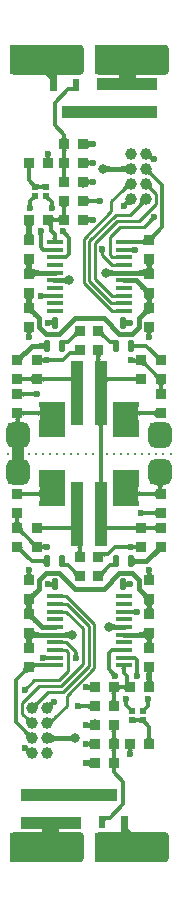
<source format=gtl>
G04*
G04 #@! TF.GenerationSoftware,Altium Limited,Altium Designer,21.0.8 (223)*
G04*
G04 Layer_Physical_Order=1*
G04 Layer_Color=255*
%FSLAX25Y25*%
%MOIN*%
G70*
G04*
G04 #@! TF.SameCoordinates,CAD52106-49C9-44A2-BFDE-3C1D9A0F27BC*
G04*
G04*
G04 #@! TF.FilePolarity,Positive*
G04*
G01*
G75*
%ADD12C,0.01000*%
%ADD20C,0.04331*%
%ADD28R,0.05709X0.01772*%
%ADD29R,0.06299X0.11811*%
%ADD30R,0.03937X0.21654*%
%ADD31R,0.03543X0.03740*%
%ADD32R,0.03740X0.03543*%
%ADD33R,0.01968X0.01968*%
%ADD34C,0.03937*%
%ADD35R,0.02362X0.03937*%
%ADD36R,0.20472X0.03937*%
G04:AMPARAMS|DCode=37|XSize=38.19mil|YSize=19.68mil|CornerRadius=2.46mil|HoleSize=0mil|Usage=FLASHONLY|Rotation=90.000|XOffset=0mil|YOffset=0mil|HoleType=Round|Shape=RoundedRectangle|*
%AMROUNDEDRECTD37*
21,1,0.03819,0.01476,0,0,90.0*
21,1,0.03327,0.01968,0,0,90.0*
1,1,0.00492,0.00738,0.01663*
1,1,0.00492,0.00738,-0.01663*
1,1,0.00492,-0.00738,-0.01663*
1,1,0.00492,-0.00738,0.01663*
%
%ADD37ROUNDEDRECTD37*%
G04:AMPARAMS|DCode=38|XSize=78.74mil|YSize=86.61mil|CornerRadius=23.62mil|HoleSize=0mil|Usage=FLASHONLY|Rotation=0.000|XOffset=0mil|YOffset=0mil|HoleType=Round|Shape=RoundedRectangle|*
%AMROUNDEDRECTD38*
21,1,0.07874,0.03937,0,0,0.0*
21,1,0.03150,0.08661,0,0,0.0*
1,1,0.04724,0.01575,-0.01968*
1,1,0.04724,-0.01575,-0.01968*
1,1,0.04724,-0.01575,0.01968*
1,1,0.04724,0.01575,0.01968*
%
%ADD38ROUNDEDRECTD38*%
G04:AMPARAMS|DCode=39|XSize=244.1mil|YSize=100.39mil|CornerRadius=12.55mil|HoleSize=0mil|Usage=FLASHONLY|Rotation=180.000|XOffset=0mil|YOffset=0mil|HoleType=Round|Shape=RoundedRectangle|*
%AMROUNDEDRECTD39*
21,1,0.24410,0.07530,0,0,180.0*
21,1,0.21900,0.10039,0,0,180.0*
1,1,0.02510,-0.10950,0.03765*
1,1,0.02510,0.10950,0.03765*
1,1,0.02510,0.10950,-0.03765*
1,1,0.02510,-0.10950,-0.03765*
%
%ADD39ROUNDEDRECTD39*%
%ADD40C,0.03937*%
%ADD41C,0.01181*%
%ADD42C,0.01575*%
%ADD43C,0.01181*%
%ADD44C,0.02362*%
%ADD45C,0.03150*%
G36*
X34048Y129247D02*
X34066Y129044D01*
X34096Y128865D01*
X34137Y128710D01*
X34190Y128579D01*
X34255Y128472D01*
X34332Y128388D01*
X34420Y128328D01*
X34521Y128293D01*
X34633Y128281D01*
X34048D01*
X34052Y128200D01*
X34080Y128015D01*
X34126Y127830D01*
X34191Y127646D01*
X34275Y127463D01*
X34377Y127280D01*
X34498Y127098D01*
X34637Y126916D01*
X34795Y126735D01*
X34971Y126555D01*
X31940Y126538D01*
X32115Y126720D01*
X32272Y126904D01*
X32410Y127087D01*
X32530Y127271D01*
X32631Y127455D01*
X32714Y127639D01*
X32778Y127824D01*
X32825Y128008D01*
X32852Y128193D01*
X32857Y128281D01*
X32271D01*
X32383Y128293D01*
X32484Y128328D01*
X32572Y128388D01*
X32649Y128472D01*
X32714Y128579D01*
X32767Y128710D01*
X32808Y128865D01*
X32838Y129044D01*
X32855Y129247D01*
X32861Y129474D01*
X34043D01*
X34048Y129247D01*
D02*
G37*
G36*
X46063Y126891D02*
X45966Y126402D01*
X45854Y126367D01*
X45739Y126344D01*
X45703Y126320D01*
X45662Y126307D01*
X45572Y126232D01*
X45474Y126167D01*
X45094Y126265D01*
X44969Y126327D01*
X43916Y127381D01*
X43456Y127688D01*
X42913Y127796D01*
X42371Y127688D01*
X41911Y127381D01*
X41603Y126920D01*
X41496Y126378D01*
X41603Y125835D01*
X41911Y125375D01*
X43879Y123407D01*
X44339Y123100D01*
X44882Y122992D01*
X45272D01*
X45289Y122959D01*
X45297Y122916D01*
X45362Y122819D01*
X45417Y122715D01*
X45450Y122687D01*
X45474Y122652D01*
X45572Y122587D01*
X45662Y122512D01*
X45703Y122499D01*
X45739Y122475D01*
X45854Y122452D01*
X45966Y122417D01*
X46063Y121928D01*
Y120472D01*
X37402D01*
Y132283D01*
X46063D01*
Y126891D01*
D02*
G37*
G36*
X54044Y127961D02*
X54009Y127900D01*
X53978Y127832D01*
X53952Y127755D01*
X53929Y127669D01*
X53911Y127576D01*
X53897Y127473D01*
X53881Y127251D01*
X53882Y127220D01*
X54469D01*
X54357Y127208D01*
X54256Y127172D01*
X54168Y127112D01*
X54091Y127029D01*
X54026Y126921D01*
X53973Y126790D01*
X53946Y126688D01*
X53973Y126587D01*
X54026Y126455D01*
X54091Y126348D01*
X54168Y126265D01*
X54256Y126205D01*
X54357Y126169D01*
X54469Y126157D01*
X53882D01*
X53878Y126027D01*
X52697D01*
X52694Y126157D01*
X52107D01*
X52219Y126169D01*
X52319Y126205D01*
X52408Y126265D01*
X52485Y126348D01*
X52550Y126455D01*
X52603Y126587D01*
X52630Y126688D01*
X52603Y126790D01*
X52550Y126921D01*
X52485Y127029D01*
X52408Y127112D01*
X52319Y127172D01*
X52219Y127208D01*
X52107Y127220D01*
X52686D01*
X52674Y127352D01*
X52655Y127453D01*
X52632Y127544D01*
X52603Y127627D01*
X52569Y127701D01*
X52530Y127767D01*
X52485Y127823D01*
X52435Y127871D01*
X54083Y128012D01*
X54044Y127961D01*
D02*
G37*
G36*
X51697Y123228D02*
X51685Y123341D01*
X51649Y123441D01*
X51590Y123530D01*
X51506Y123606D01*
X51399Y123671D01*
X51268Y123724D01*
X51113Y123766D01*
X50934Y123795D01*
X50731Y123813D01*
X50504Y123819D01*
Y125000D01*
X50731Y125006D01*
X50934Y125024D01*
X51113Y125053D01*
X51268Y125094D01*
X51399Y125148D01*
X51506Y125213D01*
X51590Y125289D01*
X51649Y125378D01*
X51685Y125478D01*
X51697Y125591D01*
Y123228D01*
D02*
G37*
G36*
X46063Y125478D02*
X46098Y125378D01*
X46157Y125289D01*
X46240Y125213D01*
X46346Y125148D01*
X46476Y125094D01*
X46630Y125053D01*
X46807Y125024D01*
X47008Y125006D01*
X47232Y125000D01*
Y123819D01*
X47008Y123813D01*
X46807Y123795D01*
X46630Y123766D01*
X46476Y123724D01*
X46346Y123671D01*
X46240Y123606D01*
X46157Y123530D01*
X46098Y123441D01*
X46063Y123341D01*
X46051Y123228D01*
Y125591D01*
X46063Y125478D01*
D02*
G37*
G36*
X13016Y123228D02*
X13004Y123341D01*
X12968Y123441D01*
X12909Y123530D01*
X12825Y123606D01*
X12718Y123671D01*
X12587Y123724D01*
X12432Y123766D01*
X12252Y123795D01*
X12050Y123813D01*
X11823Y123819D01*
Y125000D01*
X12050Y125006D01*
X12252Y125024D01*
X12432Y125053D01*
X12587Y125094D01*
X12718Y125148D01*
X12825Y125213D01*
X12909Y125289D01*
X12968Y125378D01*
X13004Y125478D01*
X13016Y125591D01*
Y123228D01*
D02*
G37*
G36*
X7370Y125478D02*
X7406Y125378D01*
X7465Y125289D01*
X7549Y125213D01*
X7656Y125148D01*
X7787Y125094D01*
X7942Y125053D01*
X8122Y125024D01*
X8324Y125006D01*
X8551Y125000D01*
Y123819D01*
X8324Y123813D01*
X8122Y123795D01*
X7942Y123766D01*
X7787Y123724D01*
X7656Y123671D01*
X7549Y123606D01*
X7465Y123530D01*
X7406Y123441D01*
X7370Y123341D01*
X7358Y123228D01*
Y125591D01*
X7370Y125478D01*
D02*
G37*
G36*
X21654Y120472D02*
X12992D01*
Y121935D01*
X13102Y122417D01*
X13214Y122452D01*
X13328Y122475D01*
X13364Y122499D01*
X13406Y122512D01*
X13496Y122587D01*
X13593Y122652D01*
X13617Y122688D01*
X13651Y122716D01*
X13705Y122819D01*
X13770Y122916D01*
X13778Y122959D01*
X13795Y122992D01*
X14173D01*
X14716Y123100D01*
X15176Y123407D01*
X17144Y125375D01*
X17452Y125835D01*
X17560Y126378D01*
X17452Y126920D01*
X17144Y127381D01*
X16684Y127688D01*
X16142Y127796D01*
X15599Y127688D01*
X15139Y127381D01*
X14094Y126335D01*
X13980Y126276D01*
X13593Y126167D01*
X13496Y126232D01*
X13406Y126307D01*
X13364Y126320D01*
X13328Y126344D01*
X13214Y126367D01*
X13102Y126402D01*
X12992Y126884D01*
Y132283D01*
X21654D01*
Y120472D01*
D02*
G37*
G36*
X47744Y118892D02*
X47804Y118852D01*
X47871Y118816D01*
X47947Y118786D01*
X48032Y118760D01*
X48125Y118739D01*
X48226Y118722D01*
X48336Y118710D01*
X48582Y118701D01*
Y117520D01*
X48455Y117517D01*
X48226Y117498D01*
X48125Y117482D01*
X48032Y117461D01*
X47947Y117435D01*
X47871Y117404D01*
X47804Y117368D01*
X47744Y117328D01*
X47694Y117283D01*
Y118937D01*
X47744Y118892D01*
D02*
G37*
G36*
X51697Y116929D02*
X51685Y117041D01*
X51649Y117142D01*
X51590Y117230D01*
X51506Y117307D01*
X51399Y117372D01*
X51268Y117425D01*
X51113Y117466D01*
X50934Y117496D01*
X50731Y117514D01*
X50504Y117520D01*
Y118701D01*
X50731Y118707D01*
X50934Y118724D01*
X51113Y118754D01*
X51268Y118795D01*
X51399Y118848D01*
X51506Y118913D01*
X51590Y118990D01*
X51649Y119079D01*
X51685Y119179D01*
X51697Y119291D01*
Y116929D01*
D02*
G37*
G36*
X6581Y116339D02*
X6480Y116303D01*
X6392Y116244D01*
X6315Y116162D01*
X6250Y116055D01*
X6197Y115925D01*
X6155Y115772D01*
X6126Y115595D01*
X6122Y115549D01*
X6126Y115503D01*
X6155Y115324D01*
X6197Y115169D01*
X6250Y115038D01*
X6315Y114931D01*
X6392Y114847D01*
X6480Y114787D01*
X6581Y114752D01*
X6693Y114740D01*
X4331D01*
X4443Y114752D01*
X4543Y114787D01*
X4632Y114847D01*
X4709Y114931D01*
X4774Y115038D01*
X4827Y115169D01*
X4868Y115324D01*
X4898Y115503D01*
X4902Y115549D01*
X4898Y115595D01*
X4868Y115772D01*
X4827Y115925D01*
X4774Y116055D01*
X4709Y116162D01*
X4632Y116244D01*
X4543Y116303D01*
X4443Y116339D01*
X4331Y116351D01*
X6693D01*
X6581Y116339D01*
D02*
G37*
G36*
X51697Y111811D02*
X51685Y111923D01*
X51649Y112024D01*
X51590Y112112D01*
X51506Y112189D01*
X51399Y112254D01*
X51268Y112307D01*
X51113Y112348D01*
X50934Y112378D01*
X50731Y112396D01*
X50504Y112402D01*
Y113583D01*
X50731Y113589D01*
X50934Y113606D01*
X51113Y113636D01*
X51268Y113677D01*
X51399Y113730D01*
X51506Y113795D01*
X51590Y113872D01*
X51649Y113961D01*
X51685Y114061D01*
X51697Y114173D01*
Y111811D01*
D02*
G37*
G36*
X48708Y114061D02*
X48744Y113961D01*
X48804Y113872D01*
X48887Y113795D01*
X48995Y113730D01*
X49126Y113677D01*
X49281Y113636D01*
X49460Y113606D01*
X49663Y113589D01*
X49890Y113583D01*
Y112402D01*
X49663Y112396D01*
X49460Y112378D01*
X49281Y112348D01*
X49126Y112307D01*
X48995Y112254D01*
X48887Y112189D01*
X48804Y112112D01*
X48744Y112024D01*
X48708Y111923D01*
X48697Y111811D01*
Y114173D01*
X48708Y114061D01*
D02*
G37*
G36*
X45004Y111811D02*
X44992Y111923D01*
X44957Y112024D01*
X44897Y112112D01*
X44813Y112189D01*
X44706Y112254D01*
X44575Y112307D01*
X44420Y112348D01*
X44241Y112378D01*
X44038Y112396D01*
X43811Y112402D01*
Y113583D01*
X44038Y113589D01*
X44241Y113606D01*
X44420Y113636D01*
X44575Y113677D01*
X44706Y113730D01*
X44813Y113795D01*
X44897Y113872D01*
X44957Y113961D01*
X44992Y114061D01*
X45004Y114173D01*
Y111811D01*
D02*
G37*
G36*
X35396Y114061D02*
X35431Y113961D01*
X35490Y113872D01*
X35573Y113795D01*
X35679Y113730D01*
X35809Y113677D01*
X35963Y113636D01*
X36140Y113606D01*
X36341Y113589D01*
X36565Y113583D01*
Y112402D01*
X36341Y112396D01*
X36140Y112378D01*
X35963Y112348D01*
X35809Y112307D01*
X35679Y112254D01*
X35573Y112189D01*
X35490Y112112D01*
X35431Y112024D01*
X35396Y111923D01*
X35384Y111811D01*
Y114173D01*
X35396Y114061D01*
D02*
G37*
G36*
X23646Y111811D02*
X23634Y111923D01*
X23598Y112024D01*
X23539Y112112D01*
X23455Y112189D01*
X23348Y112254D01*
X23216Y112307D01*
X23061Y112348D01*
X22883Y112378D01*
X22680Y112396D01*
X22453Y112402D01*
Y113583D01*
X22680Y113589D01*
X22883Y113606D01*
X23061Y113636D01*
X23216Y113677D01*
X23348Y113730D01*
X23455Y113795D01*
X23539Y113872D01*
X23598Y113961D01*
X23634Y114061D01*
X23646Y114173D01*
Y111811D01*
D02*
G37*
G36*
X14063Y114061D02*
X14098Y113961D01*
X14158Y113872D01*
X14242Y113795D01*
X14349Y113730D01*
X14480Y113677D01*
X14635Y113636D01*
X14814Y113606D01*
X15017Y113589D01*
X15244Y113583D01*
Y112402D01*
X15017Y112396D01*
X14814Y112378D01*
X14635Y112348D01*
X14480Y112307D01*
X14349Y112254D01*
X14242Y112189D01*
X14158Y112112D01*
X14098Y112024D01*
X14063Y111923D01*
X14051Y111811D01*
Y114173D01*
X14063Y114061D01*
D02*
G37*
G36*
X7305Y112996D02*
X7292Y112869D01*
X7319Y112718D01*
X7386Y112545D01*
X7493Y112347D01*
X7639Y112127D01*
X7825Y111883D01*
X8317Y111326D01*
X8623Y111012D01*
X7567Y110397D01*
X7315Y110641D01*
X6867Y111023D01*
X6672Y111161D01*
X6495Y111263D01*
X6338Y111330D01*
X6199Y111362D01*
X6079Y111358D01*
X5978Y111319D01*
X5896Y111244D01*
X7358Y113100D01*
X7305Y112996D01*
D02*
G37*
G36*
X45004Y107292D02*
X45235Y107283D01*
Y106102D01*
X45108Y106100D01*
X45004Y106091D01*
Y105512D01*
X44992Y105624D01*
X44957Y105724D01*
X44897Y105813D01*
X44813Y105890D01*
X44706Y105955D01*
X44576Y106007D01*
X44525Y105987D01*
X44457Y105951D01*
X44398Y105911D01*
X44347Y105866D01*
Y106061D01*
X44241Y106079D01*
X44038Y106096D01*
X43811Y106102D01*
Y107283D01*
X44038Y107289D01*
X44241Y107307D01*
X44347Y107325D01*
Y107520D01*
X44398Y107475D01*
X44457Y107435D01*
X44525Y107399D01*
X44576Y107378D01*
X44706Y107431D01*
X44813Y107496D01*
X44897Y107573D01*
X44957Y107661D01*
X44992Y107762D01*
X45004Y107874D01*
Y107292D01*
D02*
G37*
G36*
X10589Y109054D02*
X11023Y108686D01*
X11215Y108553D01*
X11391Y108453D01*
X11549Y108386D01*
X11691Y108352D01*
X11817D01*
X11925Y108386D01*
X12017Y108453D01*
X10347Y106782D01*
X10413Y106874D01*
X10447Y106983D01*
Y107108D01*
X10413Y107250D01*
X10347Y107409D01*
X10246Y107584D01*
X10113Y107776D01*
X9946Y107985D01*
X9511Y108453D01*
X10347Y109288D01*
X10589Y109054D01*
D02*
G37*
G36*
X14063Y107860D02*
X14098Y107760D01*
X14158Y107671D01*
X14242Y107595D01*
X14349Y107529D01*
X14480Y107476D01*
X14537Y107461D01*
X14599Y107482D01*
X14668Y107513D01*
X14728Y107548D01*
X14780Y107587D01*
X14765Y107414D01*
X14814Y107405D01*
X15017Y107388D01*
X15244Y107382D01*
Y106201D01*
X15017Y106195D01*
X14814Y106177D01*
X14660Y106152D01*
X14642Y105939D01*
X14594Y105989D01*
X14537Y106033D01*
X14472Y106073D01*
X14437Y106089D01*
X14349Y106053D01*
X14242Y105988D01*
X14158Y105911D01*
X14098Y105823D01*
X14063Y105722D01*
X14051Y105610D01*
Y106186D01*
X14014Y106190D01*
X13896Y106198D01*
X13769Y106201D01*
X13883Y107382D01*
X14011Y107384D01*
X14051Y107387D01*
Y107972D01*
X14063Y107860D01*
D02*
G37*
G36*
X42660Y105866D02*
X42610Y105911D01*
X42551Y105951D01*
X42483Y105987D01*
X42407Y106017D01*
X42323Y106043D01*
X42230Y106065D01*
X42128Y106081D01*
X42018Y106093D01*
X41772Y106102D01*
Y107283D01*
X41899Y107286D01*
X42128Y107305D01*
X42230Y107321D01*
X42323Y107343D01*
X42407Y107369D01*
X42483Y107399D01*
X42551Y107435D01*
X42610Y107475D01*
X42660Y107520D01*
Y105866D01*
D02*
G37*
G36*
X53912Y104945D02*
X53791Y105033D01*
X53647Y105077D01*
X53481Y105075D01*
X53292Y105029D01*
X53080Y104939D01*
X52846Y104804D01*
X52590Y104625D01*
X52311Y104401D01*
X51685Y103820D01*
X50572Y104933D01*
X50885Y105257D01*
X51377Y105838D01*
X51556Y106094D01*
X51691Y106328D01*
X51781Y106540D01*
X51827Y106729D01*
X51828Y106895D01*
X51785Y107039D01*
X51697Y107160D01*
X53912Y104945D01*
D02*
G37*
G36*
X27547Y106705D02*
X27437Y106693D01*
X27339Y106658D01*
X27252Y106599D01*
X27177Y106516D01*
X27113Y106410D01*
X27061Y106280D01*
X27021Y106126D01*
X26992Y105949D01*
X26979Y105807D01*
X26992Y105661D01*
X27022Y105482D01*
X27063Y105327D01*
X27116Y105195D01*
X27181Y105088D01*
X27258Y105005D01*
X27346Y104945D01*
X27447Y104909D01*
X27559Y104897D01*
X25197D01*
X25309Y104909D01*
X25409Y104945D01*
X25498Y105005D01*
X25575Y105088D01*
X25640Y105195D01*
X25693Y105327D01*
X25734Y105482D01*
X25764Y105661D01*
X25776Y105807D01*
X25764Y105952D01*
X25734Y106131D01*
X25693Y106286D01*
X25640Y106417D01*
X25575Y106525D01*
X25498Y106608D01*
X25409Y106668D01*
X25309Y106704D01*
X25197Y106717D01*
X27547Y106705D01*
D02*
G37*
G36*
X7303Y106512D02*
X7270Y106403D01*
Y106278D01*
X7303Y106136D01*
X7370Y105977D01*
X7470Y105802D01*
X7604Y105610D01*
X7771Y105401D01*
X8205Y104933D01*
X7370Y104098D01*
X7128Y104332D01*
X6693Y104699D01*
X6501Y104833D01*
X6326Y104933D01*
X6167Y105000D01*
X6025Y105034D01*
X5900D01*
X5791Y105000D01*
X5700Y104933D01*
X7370Y106604D01*
X7303Y106512D01*
D02*
G37*
G36*
X35716Y103740D02*
X35490Y103734D01*
X35288Y103717D01*
X35110Y103687D01*
X34955Y103646D01*
X34824Y103593D01*
X34716Y103528D01*
X34632Y103451D01*
X34572Y103362D01*
X34536Y103262D01*
X34523Y103150D01*
X34535Y104909D01*
X34547Y104911D01*
X34582Y104914D01*
X35716Y104921D01*
Y103740D01*
D02*
G37*
G36*
X14572Y100709D02*
X14560Y100821D01*
X14524Y100921D01*
X14464Y101010D01*
X14381Y101087D01*
X14273Y101152D01*
X14142Y101205D01*
X13987Y101246D01*
X13808Y101276D01*
X13605Y101293D01*
X13379Y101299D01*
Y102480D01*
X13605Y102486D01*
X13808Y102504D01*
X13987Y102533D01*
X14142Y102575D01*
X14273Y102628D01*
X14381Y102693D01*
X14464Y102770D01*
X14524Y102858D01*
X14560Y102959D01*
X14572Y103071D01*
Y100709D01*
D02*
G37*
G36*
X44499Y103315D02*
X44547Y103181D01*
X44626Y103063D01*
X44737Y102961D01*
X44880Y102874D01*
X45055Y102803D01*
X45261Y102748D01*
X45499Y102709D01*
X45769Y102685D01*
X46070Y102677D01*
Y101102D01*
X45769Y101094D01*
X45499Y101071D01*
X45261Y101031D01*
X45055Y100976D01*
X44880Y100906D01*
X44737Y100819D01*
X44626Y100716D01*
X44547Y100598D01*
X44499Y100465D01*
X44484Y100315D01*
Y103465D01*
X44499Y103315D01*
D02*
G37*
G36*
X37468Y100047D02*
X37464Y100034D01*
X37438Y100023D01*
X37393Y100013D01*
X37326Y100004D01*
X37132Y99991D01*
X36496Y99980D01*
Y101161D01*
X36671Y101164D01*
X36966Y101189D01*
X37085Y101211D01*
X37185Y101238D01*
X37267Y101272D01*
X37330Y101312D01*
X37374Y101358D01*
X37400Y101411D01*
X37406Y101469D01*
X37468Y100047D01*
D02*
G37*
G36*
X21655Y101411D02*
X21681Y101358D01*
X21725Y101312D01*
X21788Y101272D01*
X21870Y101238D01*
X21970Y101211D01*
X22089Y101189D01*
X22227Y101174D01*
X22559Y101161D01*
Y99980D01*
X22369Y99981D01*
X21617Y100023D01*
X21591Y100034D01*
X21587Y100047D01*
X21649Y101469D01*
X21655Y101411D01*
D02*
G37*
G36*
X35370Y98610D02*
X35135Y98367D01*
X34765Y97931D01*
X34631Y97739D01*
X34529Y97563D01*
X34461Y97404D01*
X34427Y97263D01*
X34425Y97138D01*
X34458Y97031D01*
X34523Y96940D01*
X32865Y98598D01*
X32956Y98532D01*
X33063Y98500D01*
X33188Y98501D01*
X33330Y98536D01*
X33488Y98604D01*
X33664Y98706D01*
X33856Y98840D01*
X34066Y99009D01*
X34535Y99445D01*
X35370Y98610D01*
D02*
G37*
G36*
X50203Y98383D02*
X50221Y98181D01*
X50250Y98002D01*
X50257Y97975D01*
X50433D01*
X50388Y97925D01*
X50348Y97866D01*
X50313Y97798D01*
X50312Y97796D01*
X50345Y97715D01*
X50409Y97608D01*
X50486Y97524D01*
X50575Y97465D01*
X50675Y97429D01*
X50787Y97417D01*
X50215D01*
X50206Y97333D01*
X50197Y97087D01*
X49016D01*
X49013Y97214D01*
X48997Y97417D01*
X48425D01*
X48537Y97429D01*
X48638Y97465D01*
X48726Y97524D01*
X48803Y97608D01*
X48868Y97715D01*
X48901Y97796D01*
X48900Y97798D01*
X48865Y97866D01*
X48824Y97925D01*
X48779Y97975D01*
X48956D01*
X48963Y98002D01*
X48992Y98181D01*
X49010Y98383D01*
X49016Y98610D01*
X50197D01*
X50203Y98383D01*
D02*
G37*
G36*
X10045Y98386D02*
X10063Y98185D01*
X10092Y98008D01*
X10101Y97975D01*
X10276D01*
X10231Y97925D01*
X10191Y97866D01*
X10156Y97800D01*
X10187Y97724D01*
X10252Y97618D01*
X10329Y97535D01*
X10417Y97476D01*
X10518Y97441D01*
X10630Y97429D01*
X10059D01*
X10049Y97333D01*
X10039Y97087D01*
X8858D01*
X8856Y97214D01*
X8838Y97429D01*
X8268D01*
X8380Y97441D01*
X8480Y97476D01*
X8569Y97535D01*
X8646Y97618D01*
X8711Y97724D01*
X8742Y97800D01*
X8707Y97866D01*
X8667Y97925D01*
X8622Y97975D01*
X8796D01*
X8805Y98008D01*
X8835Y98185D01*
X8852Y98386D01*
X8858Y98610D01*
X10039D01*
X10045Y98386D01*
D02*
G37*
G36*
X24763Y99210D02*
X25199Y98840D01*
X25391Y98706D01*
X25567Y98604D01*
X25725Y98536D01*
X25867Y98501D01*
X25992Y98500D01*
X26099Y98532D01*
X26190Y98598D01*
X24532Y96940D01*
X24598Y97031D01*
X24630Y97138D01*
X24629Y97263D01*
X24594Y97404D01*
X24526Y97563D01*
X24424Y97739D01*
X24290Y97931D01*
X24121Y98140D01*
X23685Y98610D01*
X24520Y99445D01*
X24763Y99210D01*
D02*
G37*
G36*
X17131Y94783D02*
X17221Y94773D01*
X17467Y94764D01*
Y93583D01*
X17340Y93580D01*
X17131Y93563D01*
Y92992D01*
X17119Y93104D01*
X17083Y93205D01*
X17023Y93293D01*
X16940Y93370D01*
X16832Y93435D01*
X16755Y93466D01*
X16689Y93432D01*
X16630Y93391D01*
X16579Y93347D01*
Y93521D01*
X16546Y93529D01*
X16367Y93559D01*
X16164Y93577D01*
X15938Y93583D01*
Y94764D01*
X16164Y94770D01*
X16367Y94787D01*
X16546Y94817D01*
X16579Y94826D01*
Y95000D01*
X16630Y94955D01*
X16689Y94915D01*
X16755Y94880D01*
X16832Y94911D01*
X16940Y94976D01*
X17023Y95053D01*
X17083Y95142D01*
X17119Y95242D01*
X17131Y95354D01*
Y94783D01*
D02*
G37*
G36*
X41936Y95242D02*
X41972Y95142D01*
X42032Y95053D01*
X42115Y94976D01*
X42223Y94911D01*
X42293Y94883D01*
X42354Y94915D01*
X42413Y94955D01*
X42464Y95000D01*
Y94829D01*
X42509Y94817D01*
X42688Y94787D01*
X42891Y94770D01*
X43117Y94764D01*
Y93583D01*
X42891Y93577D01*
X42688Y93559D01*
X42509Y93529D01*
X42464Y93517D01*
Y93347D01*
X42413Y93391D01*
X42354Y93432D01*
X42293Y93463D01*
X42223Y93435D01*
X42115Y93370D01*
X42032Y93293D01*
X41972Y93205D01*
X41936Y93104D01*
X41924Y92992D01*
Y93562D01*
X41821Y93573D01*
X41576Y93583D01*
Y94764D01*
X41703Y94766D01*
X41924Y94784D01*
Y95354D01*
X41936Y95242D01*
D02*
G37*
G36*
X12420Y91130D02*
X12109Y90807D01*
X11619Y90228D01*
X11440Y89972D01*
X11307Y89738D01*
X11218Y89526D01*
X11173Y89337D01*
Y89170D01*
X11218Y89025D01*
X11307Y88903D01*
X9080Y91130D01*
X9202Y91041D01*
X9347Y90996D01*
X9514D01*
X9703Y91041D01*
X9915Y91130D01*
X10149Y91263D01*
X10405Y91442D01*
X10683Y91664D01*
X11307Y92243D01*
X12420Y91130D01*
D02*
G37*
G36*
X48072Y91930D02*
X48653Y91438D01*
X48909Y91259D01*
X49143Y91124D01*
X49355Y91034D01*
X49544Y90988D01*
X49710Y90987D01*
X49854Y91030D01*
X49975Y91118D01*
X47760Y88903D01*
X47848Y89024D01*
X47891Y89168D01*
X47890Y89334D01*
X47844Y89523D01*
X47754Y89735D01*
X47619Y89969D01*
X47440Y90225D01*
X47216Y90504D01*
X46635Y91130D01*
X47748Y92243D01*
X48072Y91930D01*
D02*
G37*
G36*
X51032Y87595D02*
X50898Y87547D01*
X50779Y87469D01*
X50677Y87358D01*
X50591Y87217D01*
X50520Y87043D01*
X50465Y86839D01*
X50460Y86811D01*
X50465Y86783D01*
X50520Y86579D01*
X50591Y86405D01*
X50677Y86264D01*
X50779Y86153D01*
X50898Y86075D01*
X51032Y86027D01*
X51181Y86012D01*
X48031D01*
X48181Y86027D01*
X48315Y86075D01*
X48433Y86153D01*
X48535Y86264D01*
X48622Y86405D01*
X48693Y86579D01*
X48748Y86783D01*
X48753Y86811D01*
X48748Y86839D01*
X48693Y87043D01*
X48622Y87217D01*
X48535Y87358D01*
X48433Y87469D01*
X48315Y87547D01*
X48181Y87595D01*
X48031Y87610D01*
X51181D01*
X51032Y87595D01*
D02*
G37*
G36*
X10874Y87607D02*
X10740Y87559D01*
X10622Y87480D01*
X10520Y87369D01*
X10433Y87226D01*
X10362Y87051D01*
X10307Y86845D01*
X10302Y86814D01*
X10307Y86783D01*
X10362Y86579D01*
X10433Y86405D01*
X10520Y86264D01*
X10622Y86153D01*
X10740Y86075D01*
X10874Y86027D01*
X11024Y86012D01*
X7874D01*
X8024Y86027D01*
X8157Y86075D01*
X8276Y86153D01*
X8378Y86264D01*
X8465Y86405D01*
X8535Y86579D01*
X8591Y86783D01*
X8596Y86814D01*
X8591Y86845D01*
X8535Y87051D01*
X8465Y87226D01*
X8378Y87369D01*
X8276Y87480D01*
X8157Y87559D01*
X8024Y87607D01*
X7874Y87622D01*
X11024D01*
X10874Y87607D01*
D02*
G37*
G36*
X44629Y84311D02*
X44578Y84356D01*
X44519Y84396D01*
X44452Y84431D01*
X44376Y84462D01*
X44291Y84488D01*
X44198Y84509D01*
X44097Y84526D01*
X43986Y84538D01*
X43741Y84547D01*
X43741Y85728D01*
X43868Y85731D01*
X44097Y85750D01*
X44198Y85766D01*
X44291Y85787D01*
X44376Y85813D01*
X44452Y85844D01*
X44519Y85879D01*
X44578Y85920D01*
X44629Y85965D01*
X44629Y84311D01*
D02*
G37*
G36*
X11207Y84598D02*
X11164Y84454D01*
X11165Y84288D01*
X11211Y84099D01*
X11301Y83887D01*
X11436Y83653D01*
X11615Y83397D01*
X11839Y83118D01*
X12420Y82492D01*
X11307Y81379D01*
X10983Y81692D01*
X10402Y82184D01*
X10146Y82363D01*
X9912Y82498D01*
X9701Y82589D01*
X9512Y82634D01*
X9345Y82636D01*
X9201Y82592D01*
X9080Y82504D01*
X11295Y84719D01*
X11207Y84598D01*
D02*
G37*
G36*
X37413Y81062D02*
X37491Y81009D01*
X37581Y80961D01*
X37683Y80920D01*
X37795Y80886D01*
X37920Y80857D01*
X38055Y80835D01*
X38202Y80820D01*
X38529Y80807D01*
X38529Y79232D01*
X38360Y79229D01*
X38055Y79204D01*
X37920Y79182D01*
X37795Y79154D01*
X37683Y79119D01*
X37581Y79078D01*
X37491Y79031D01*
X37413Y78977D01*
X37345Y78917D01*
X37345Y81122D01*
X37413Y81062D01*
D02*
G37*
G36*
X22615Y76358D02*
X22548Y76418D01*
X22469Y76472D01*
X22379Y76519D01*
X22278Y76560D01*
X22165Y76595D01*
X22041Y76623D01*
X21905Y76645D01*
X21759Y76661D01*
X21431Y76673D01*
X21431Y78248D01*
X21601Y78251D01*
X21905Y78276D01*
X22041Y78298D01*
X22165Y78327D01*
X22278Y78361D01*
X22379Y78402D01*
X22469Y78450D01*
X22548Y78503D01*
X22615Y78563D01*
X22615Y76358D01*
D02*
G37*
G36*
X47748Y76193D02*
X47732Y76284D01*
X47685Y76366D01*
X47607Y76438D01*
X47496Y76500D01*
X47355Y76553D01*
X47181Y76596D01*
X46977Y76630D01*
X46740Y76654D01*
X46173Y76673D01*
Y78248D01*
X46474Y78256D01*
X46744Y78280D01*
X46981Y78319D01*
X47187Y78374D01*
X47362Y78445D01*
X47505Y78531D01*
X47616Y78634D01*
X47696Y78752D01*
X47744Y78886D01*
X47760Y79035D01*
X47748Y76193D01*
D02*
G37*
G36*
X11311Y78886D02*
X11359Y78752D01*
X11439Y78634D01*
X11550Y78531D01*
X11693Y78445D01*
X11868Y78374D01*
X12074Y78319D01*
X12312Y78280D01*
X12581Y78256D01*
X12882Y78248D01*
Y76673D01*
X12583Y76668D01*
X12078Y76630D01*
X11874Y76596D01*
X11701Y76553D01*
X11559Y76500D01*
X11449Y76438D01*
X11370Y76366D01*
X11323Y76284D01*
X11307Y76193D01*
X11295Y79035D01*
X11311Y78886D01*
D02*
G37*
G36*
X51032Y76189D02*
X50898Y76142D01*
X50779Y76062D01*
X50677Y75951D01*
X50591Y75808D01*
X50520Y75634D01*
X50465Y75428D01*
X50459Y75397D01*
X50465Y75366D01*
X50520Y75161D01*
X50591Y74988D01*
X50677Y74846D01*
X50779Y74736D01*
X50898Y74657D01*
X51032Y74610D01*
X51181Y74594D01*
X48031D01*
X48181Y74610D01*
X48315Y74657D01*
X48433Y74736D01*
X48535Y74846D01*
X48622Y74988D01*
X48693Y75161D01*
X48748Y75366D01*
X48753Y75397D01*
X48748Y75428D01*
X48693Y75634D01*
X48622Y75808D01*
X48535Y75951D01*
X48433Y76062D01*
X48315Y76142D01*
X48181Y76189D01*
X48031Y76205D01*
X51181D01*
X51032Y76189D01*
D02*
G37*
G36*
X10874D02*
X10740Y76142D01*
X10622Y76062D01*
X10520Y75951D01*
X10433Y75808D01*
X10362Y75634D01*
X10307Y75428D01*
X10301Y75394D01*
X10307Y75360D01*
X10362Y75153D01*
X10433Y74979D01*
X10520Y74836D01*
X10622Y74725D01*
X10740Y74646D01*
X10874Y74598D01*
X11024Y74582D01*
X7874D01*
X8024Y74598D01*
X8157Y74646D01*
X8276Y74725D01*
X8378Y74836D01*
X8465Y74979D01*
X8535Y75153D01*
X8591Y75360D01*
X8596Y75394D01*
X8591Y75428D01*
X8535Y75634D01*
X8465Y75808D01*
X8378Y75951D01*
X8276Y76062D01*
X8157Y76142D01*
X8024Y76189D01*
X7874Y76205D01*
X11024D01*
X10874Y76189D01*
D02*
G37*
G36*
X25623Y71254D02*
X25633Y71140D01*
X25649Y71032D01*
X25672Y70929D01*
X25701Y70833D01*
X25737Y70742D01*
X25780Y70658D01*
X25829Y70579D01*
X25884Y70506D01*
X25947Y70439D01*
X24293D01*
X24355Y70506D01*
X24411Y70579D01*
X24460Y70658D01*
X24502Y70742D01*
X24538Y70833D01*
X24567Y70929D01*
X24590Y71032D01*
X24607Y71140D01*
X24616Y71254D01*
X24620Y71374D01*
X25620D01*
X25623Y71254D01*
D02*
G37*
G36*
X14976Y70573D02*
X15034Y70533D01*
X15102Y70497D01*
X15178Y70466D01*
X15262Y70440D01*
X15355Y70418D01*
X15457Y70402D01*
X15567Y70390D01*
X15812Y70380D01*
X15805Y69199D01*
X15678Y69197D01*
X15449Y69178D01*
X15348Y69162D01*
X15255Y69141D01*
X15170Y69115D01*
X15094Y69084D01*
X15026Y69049D01*
X14967Y69009D01*
X14916Y68965D01*
X14925Y70618D01*
X14976Y70573D01*
D02*
G37*
G36*
X11319Y68204D02*
X11354Y68122D01*
X11413Y68050D01*
X11496Y67988D01*
X11602Y67935D01*
X11732Y67892D01*
X11886Y67858D01*
X12063Y67834D01*
X12264Y67820D01*
X12488Y67815D01*
Y66634D01*
X12262Y66628D01*
X12060Y66610D01*
X11881Y66581D01*
X11726Y66539D01*
X11595Y66486D01*
X11487Y66421D01*
X11404Y66344D01*
X11344Y66256D01*
X11307Y66155D01*
X11295Y66043D01*
X11307Y68295D01*
X11319Y68204D01*
D02*
G37*
G36*
X42112Y66339D02*
X42012Y66303D01*
X41923Y66244D01*
X41846Y66162D01*
X41781Y66055D01*
X41728Y65925D01*
X41687Y65772D01*
X41658Y65595D01*
X41640Y65394D01*
X41634Y65170D01*
X40453D01*
X40447Y65394D01*
X40429Y65595D01*
X40400Y65772D01*
X40358Y65925D01*
X40305Y66055D01*
X40240Y66162D01*
X40163Y66244D01*
X40075Y66303D01*
X39974Y66339D01*
X39862Y66351D01*
X42224D01*
X42112Y66339D01*
D02*
G37*
G36*
X9261Y64776D02*
X9169Y64843D01*
X9061Y64876D01*
X8935D01*
X8793Y64843D01*
X8635Y64776D01*
X8459Y64676D01*
X8267Y64542D01*
X8058Y64375D01*
X7591Y63941D01*
X6756Y64776D01*
X6989Y65018D01*
X7357Y65452D01*
X7491Y65644D01*
X7591Y65820D01*
X7658Y65978D01*
X7691Y66120D01*
Y66246D01*
X7658Y66354D01*
X7591Y66446D01*
X9261Y64776D01*
D02*
G37*
G36*
X46262Y65384D02*
X46281Y65155D01*
X46298Y65054D01*
X46319Y64961D01*
X46345Y64876D01*
X46376Y64800D01*
X46411Y64733D01*
X46451Y64674D01*
X46496Y64623D01*
X44842D01*
X44887Y64674D01*
X44928Y64733D01*
X44963Y64800D01*
X44994Y64876D01*
X45020Y64961D01*
X45041Y65054D01*
X45057Y65155D01*
X45069Y65265D01*
X45079Y65511D01*
X46260D01*
X46262Y65384D01*
D02*
G37*
G36*
X37474Y65333D02*
X37649Y65185D01*
X37732Y65125D01*
X37813Y65074D01*
X37891Y65033D01*
X37967Y65001D01*
X38039Y64978D01*
X38110Y64965D01*
X38177Y64961D01*
X37008Y63791D01*
X37004Y63859D01*
X36991Y63929D01*
X36968Y64002D01*
X36936Y64077D01*
X36894Y64156D01*
X36844Y64236D01*
X36783Y64320D01*
X36714Y64406D01*
X36547Y64586D01*
X37382Y65421D01*
X37474Y65333D01*
D02*
G37*
G36*
X51032Y64772D02*
X50898Y64724D01*
X50779Y64645D01*
X50677Y64534D01*
X50591Y64391D01*
X50520Y64217D01*
X50465Y64010D01*
X50425Y63772D01*
X50402Y63503D01*
X50394Y63201D01*
X48819D01*
X48811Y63503D01*
X48787Y63772D01*
X48748Y64010D01*
X48693Y64217D01*
X48622Y64391D01*
X48535Y64534D01*
X48433Y64645D01*
X48315Y64724D01*
X48181Y64772D01*
X48031Y64788D01*
X51181D01*
X51032Y64772D01*
D02*
G37*
G36*
X42722Y62656D02*
X42740Y62454D01*
X42770Y62275D01*
X42811Y62120D01*
X42864Y61989D01*
X42929Y61881D01*
X43006Y61798D01*
X43095Y61738D01*
X43195Y61701D01*
X43307Y61689D01*
X41547Y61701D01*
X41535Y62882D01*
X42717D01*
X42722Y62656D01*
D02*
G37*
G36*
X50401Y62904D02*
X50422Y62649D01*
X50457Y62424D01*
X50506Y62229D01*
X50569Y62064D01*
X50646Y61929D01*
X50737Y61824D01*
X50842Y61749D01*
X50962Y61704D01*
X51095Y61689D01*
X50394D01*
X50394Y61600D01*
X48819D01*
X48814Y61689D01*
X48118D01*
X48251Y61704D01*
X48370Y61749D01*
X48475Y61824D01*
X48567Y61929D01*
X48644Y62064D01*
X48707Y62229D01*
X48756Y62424D01*
X48791Y62649D01*
X48812Y62904D01*
X48819Y63189D01*
X50394D01*
X50401Y62904D01*
D02*
G37*
G36*
X29748Y60452D02*
X29832Y60443D01*
X30078Y60433D01*
Y59252D01*
X29951Y59250D01*
X29748Y59233D01*
Y58661D01*
X29737Y58774D01*
X29701Y58874D01*
X29641Y58963D01*
X29557Y59039D01*
X29450Y59104D01*
X29369Y59137D01*
X29367Y59136D01*
X29300Y59101D01*
X29241Y59061D01*
X29190Y59016D01*
Y59192D01*
X29164Y59199D01*
X28985Y59228D01*
X28782Y59246D01*
X28555Y59252D01*
Y60433D01*
X28782Y60439D01*
X28985Y60457D01*
X29164Y60486D01*
X29190Y60493D01*
Y60669D01*
X29241Y60624D01*
X29300Y60584D01*
X29367Y60549D01*
X29369Y60548D01*
X29450Y60581D01*
X29557Y60646D01*
X29641Y60722D01*
X29701Y60811D01*
X29737Y60911D01*
X29748Y61024D01*
Y60452D01*
D02*
G37*
G36*
X41547Y58661D02*
X41536Y58774D01*
X41500Y58874D01*
X41441Y58963D01*
X41358Y59039D01*
X41252Y59104D01*
X41122Y59158D01*
X40969Y59199D01*
X40791Y59228D01*
X40591Y59246D01*
X40551Y59247D01*
X40512Y59246D01*
X40311Y59228D01*
X40134Y59199D01*
X39980Y59158D01*
X39850Y59104D01*
X39744Y59039D01*
X39661Y58963D01*
X39602Y58874D01*
X39567Y58774D01*
X39555Y58661D01*
Y61024D01*
X39567Y60911D01*
X39602Y60811D01*
X39661Y60722D01*
X39744Y60646D01*
X39850Y60581D01*
X39980Y60528D01*
X40134Y60486D01*
X40311Y60457D01*
X40512Y60439D01*
X40551Y60438D01*
X40591Y60439D01*
X40791Y60457D01*
X40969Y60486D01*
X41122Y60528D01*
X41252Y60581D01*
X41358Y60646D01*
X41441Y60722D01*
X41500Y60811D01*
X41536Y60911D01*
X41547Y61024D01*
Y58661D01*
D02*
G37*
G36*
X9645Y59799D02*
X9562Y59712D01*
X9489Y59625D01*
X9424Y59537D01*
X9368Y59448D01*
X9320Y59359D01*
X9281Y59269D01*
X9252Y59180D01*
X9231Y59089D01*
X9218Y58998D01*
X9215Y58907D01*
X8046Y60076D01*
X8137Y60080D01*
X8228Y60092D01*
X8318Y60113D01*
X8408Y60143D01*
X8497Y60182D01*
X8586Y60229D01*
X8675Y60285D01*
X8763Y60350D01*
X8851Y60424D01*
X8938Y60507D01*
X9645Y59799D01*
D02*
G37*
G36*
X38864Y57985D02*
X38764Y57949D01*
X38675Y57889D01*
X38598Y57806D01*
X38533Y57698D01*
X38480Y57567D01*
X38439Y57412D01*
X38410Y57233D01*
X38392Y57030D01*
X38386Y56803D01*
X37205D01*
X37199Y57030D01*
X37181Y57233D01*
X37152Y57412D01*
X37110Y57567D01*
X37057Y57698D01*
X36992Y57806D01*
X36915Y57889D01*
X36827Y57949D01*
X36726Y57985D01*
X36614Y57996D01*
X38976D01*
X38864Y57985D01*
D02*
G37*
G36*
X38392Y56356D02*
X38410Y56153D01*
X38439Y55974D01*
X38480Y55819D01*
X38533Y55688D01*
X38598Y55580D01*
X38675Y55497D01*
X38764Y55437D01*
X38864Y55401D01*
X38976Y55389D01*
X36614D01*
X36726Y55401D01*
X36827Y55437D01*
X36915Y55497D01*
X36992Y55580D01*
X37057Y55688D01*
X37110Y55819D01*
X37152Y55974D01*
X37181Y56153D01*
X37199Y56356D01*
X37205Y56582D01*
X38386D01*
X38392Y56356D01*
D02*
G37*
G36*
X18113Y54635D02*
X17971Y54485D01*
X17846Y54337D01*
X17739Y54191D01*
X17650Y54048D01*
X17645Y54039D01*
X17743Y53947D01*
X17676Y53941D01*
X17607Y53926D01*
X17584Y53918D01*
X17578Y53906D01*
X17524Y53766D01*
X17487Y53629D01*
X17468Y53494D01*
X17467Y53361D01*
X17483Y53230D01*
X17093Y53605D01*
X17045Y53563D01*
X16953Y53475D01*
X16087Y54279D01*
X16175Y54370D01*
X16230Y54436D01*
X15851Y54800D01*
X15983Y54788D01*
X16117Y54794D01*
X16253Y54816D01*
X16391Y54856D01*
X16513Y54905D01*
X16523Y54939D01*
X16534Y55010D01*
X16536Y55078D01*
X16648Y54973D01*
X16673Y54987D01*
X16817Y55077D01*
X16963Y55186D01*
X17111Y55311D01*
X17261Y55453D01*
X18113Y54635D01*
D02*
G37*
G36*
X12958Y54554D02*
X12837Y54426D01*
X12731Y54299D01*
X12642Y54174D01*
X12568Y54051D01*
X12510Y53929D01*
X12468Y53809D01*
X12441Y53691D01*
X12431Y53574D01*
X12436Y53459D01*
X12457Y53346D01*
X11043Y54760D01*
X11156Y54739D01*
X11271Y54734D01*
X11388Y54745D01*
X11506Y54771D01*
X11626Y54813D01*
X11748Y54871D01*
X11871Y54945D01*
X11996Y55035D01*
X12123Y55140D01*
X12251Y55261D01*
X12958Y54554D01*
D02*
G37*
G36*
X49995Y55011D02*
X49954Y54952D01*
X49919Y54885D01*
X49888Y54809D01*
X49862Y54724D01*
X49841Y54631D01*
X49824Y54530D01*
X49813Y54420D01*
X49803Y54174D01*
X48622D01*
X48620Y54301D01*
X48601Y54530D01*
X48584Y54631D01*
X48563Y54724D01*
X48537Y54809D01*
X48506Y54885D01*
X48471Y54952D01*
X48431Y55011D01*
X48386Y55062D01*
X50039D01*
X49995Y55011D01*
D02*
G37*
G36*
X42579Y55073D02*
X42546Y55017D01*
X42518Y54951D01*
X42493Y54877D01*
X42472Y54793D01*
X42455Y54700D01*
X42441Y54599D01*
X42426Y54368D01*
X42424Y54240D01*
X41243Y54122D01*
X41241Y54250D01*
X41221Y54478D01*
X41204Y54578D01*
X41181Y54668D01*
X41154Y54750D01*
X41122Y54822D01*
X41085Y54884D01*
X41043Y54938D01*
X40997Y54981D01*
X42615Y55121D01*
X42579Y55073D01*
D02*
G37*
G36*
X49248Y52941D02*
X49021Y52706D01*
X48662Y52286D01*
X48531Y52101D01*
X48431Y51933D01*
X48364Y51781D01*
X48328Y51646D01*
X48324Y51528D01*
X48353Y51427D01*
X48413Y51342D01*
X46814Y52941D01*
X46899Y52880D01*
X47001Y52852D01*
X47119Y52856D01*
X47254Y52891D01*
X47405Y52959D01*
X47573Y53058D01*
X47758Y53190D01*
X47960Y53353D01*
X48413Y53776D01*
X49248Y52941D01*
D02*
G37*
G36*
X26669Y54325D02*
X26728Y54285D01*
X26796Y54250D01*
X26871Y54219D01*
X26956Y54193D01*
X27049Y54172D01*
X27151Y54155D01*
X27261Y54143D01*
X27506Y54134D01*
Y52953D01*
X27379Y52950D01*
X27151Y52931D01*
X27049Y52915D01*
X26956Y52894D01*
X26871Y52868D01*
X26796Y52837D01*
X26728Y52802D01*
X26669Y52761D01*
X26618Y52716D01*
Y54370D01*
X26669Y54325D01*
D02*
G37*
G36*
X29736Y52362D02*
X29725Y52474D01*
X29689Y52575D01*
X29630Y52663D01*
X29547Y52740D01*
X29441Y52805D01*
X29311Y52858D01*
X29158Y52900D01*
X28980Y52929D01*
X28780Y52947D01*
X28555Y52953D01*
Y54134D01*
X28780Y54140D01*
X28980Y54158D01*
X29158Y54187D01*
X29311Y54228D01*
X29441Y54282D01*
X29547Y54347D01*
X29630Y54423D01*
X29689Y54512D01*
X29725Y54612D01*
X29736Y54724D01*
Y52362D01*
D02*
G37*
G36*
X43168Y53542D02*
X43602Y53175D01*
X43794Y53041D01*
X43969Y52941D01*
X44128Y52874D01*
X44270Y52841D01*
X44395D01*
X44504Y52874D01*
X44596Y52941D01*
X42925Y51270D01*
X42992Y51362D01*
X43026Y51471D01*
Y51596D01*
X42992Y51738D01*
X42925Y51897D01*
X42825Y52072D01*
X42691Y52264D01*
X42524Y52473D01*
X42090Y52941D01*
X42925Y53776D01*
X43168Y53542D01*
D02*
G37*
G36*
X18181Y48983D02*
X18059Y48855D01*
X17852Y48605D01*
X17767Y48482D01*
X17694Y48361D01*
X17634Y48242D01*
X17587Y48124D01*
X17551Y48008D01*
X17529Y47894D01*
X17518Y47782D01*
X16567Y49541D01*
X16663Y49493D01*
X16763Y49464D01*
X16867Y49454D01*
X16974Y49463D01*
X17085Y49490D01*
X17199Y49536D01*
X17318Y49601D01*
X17439Y49685D01*
X17564Y49788D01*
X17693Y49909D01*
X18181Y48983D01*
D02*
G37*
G36*
X46469Y47847D02*
X46457Y47919D01*
X46421Y47984D01*
X46362Y48041D01*
X46280Y48091D01*
X46173Y48133D01*
X46044Y48167D01*
X45890Y48194D01*
X45713Y48213D01*
X45693Y48214D01*
X45449Y48194D01*
X45295Y48167D01*
X45165Y48133D01*
X45059Y48091D01*
X44976Y48041D01*
X44917Y47984D01*
X44882Y47919D01*
X44870Y47847D01*
Y49791D01*
X44882Y49719D01*
X44917Y49654D01*
X44976Y49597D01*
X45059Y49547D01*
X45165Y49505D01*
X45295Y49470D01*
X45449Y49444D01*
X45626Y49425D01*
X45645Y49424D01*
X45890Y49444D01*
X46044Y49470D01*
X46173Y49505D01*
X46280Y49547D01*
X46362Y49597D01*
X46421Y49654D01*
X46457Y49719D01*
X46469Y49791D01*
Y47847D01*
D02*
G37*
G36*
X8980Y50140D02*
X9106Y50035D01*
X9231Y49945D01*
X9355Y49871D01*
X9476Y49813D01*
X9596Y49771D01*
X9714Y49745D01*
X9831Y49734D01*
X9946Y49739D01*
X10059Y49760D01*
X8645Y48346D01*
X8666Y48459D01*
X8671Y48574D01*
X8661Y48691D01*
X8635Y48809D01*
X8592Y48929D01*
X8534Y49051D01*
X8461Y49174D01*
X8371Y49299D01*
X8265Y49426D01*
X8144Y49554D01*
X8851Y50261D01*
X8980Y50140D01*
D02*
G37*
G36*
X29748Y47853D02*
X29832Y47844D01*
X30078Y47835D01*
Y46654D01*
X29951Y46651D01*
X29748Y46634D01*
Y46063D01*
X29737Y46175D01*
X29701Y46276D01*
X29641Y46364D01*
X29557Y46441D01*
X29450Y46506D01*
X29369Y46539D01*
X29367Y46538D01*
X29300Y46502D01*
X29241Y46462D01*
X29190Y46417D01*
Y46593D01*
X29164Y46600D01*
X28985Y46630D01*
X28782Y46648D01*
X28555Y46654D01*
Y47835D01*
X28782Y47841D01*
X28985Y47858D01*
X29164Y47888D01*
X29190Y47895D01*
Y48071D01*
X29241Y48026D01*
X29300Y47986D01*
X29367Y47950D01*
X29369Y47949D01*
X29450Y47982D01*
X29557Y48047D01*
X29641Y48124D01*
X29701Y48213D01*
X29737Y48313D01*
X29748Y48425D01*
Y47853D01*
D02*
G37*
G36*
X48336Y49426D02*
X48303Y49319D01*
X48305Y49194D01*
X48339Y49052D01*
X48407Y48894D01*
X48509Y48718D01*
X48643Y48526D01*
X48812Y48316D01*
X49248Y47847D01*
X48413Y47012D01*
X48170Y47247D01*
X47734Y47616D01*
X47542Y47751D01*
X47366Y47853D01*
X47208Y47921D01*
X47066Y47955D01*
X46941Y47956D01*
X46834Y47924D01*
X46743Y47859D01*
X48401Y49517D01*
X48336Y49426D01*
D02*
G37*
G36*
X38864Y45386D02*
X38764Y45350D01*
X38675Y45291D01*
X38598Y45207D01*
X38533Y45100D01*
X38480Y44969D01*
X38439Y44813D01*
X38409Y44634D01*
X38392Y44432D01*
X38386Y44205D01*
X37205D01*
X37199Y44432D01*
X37181Y44634D01*
X37152Y44813D01*
X37110Y44969D01*
X37057Y45100D01*
X36992Y45207D01*
X36915Y45291D01*
X36827Y45350D01*
X36726Y45386D01*
X36614Y45398D01*
X38976D01*
X38864Y45386D01*
D02*
G37*
G36*
X8953Y45296D02*
X9100Y45174D01*
X9247Y45069D01*
X9394Y44980D01*
X9541Y44909D01*
X9687Y44854D01*
X9834Y44816D01*
X9980Y44795D01*
X10127Y44791D01*
X10273Y44803D01*
X8602Y43133D01*
X8615Y43279D01*
X8611Y43425D01*
X8589Y43572D01*
X8551Y43718D01*
X8497Y43865D01*
X8425Y44012D01*
X8337Y44159D01*
X8231Y44306D01*
X8109Y44453D01*
X7971Y44600D01*
X8806Y45435D01*
X8953Y45296D01*
D02*
G37*
G36*
X50203Y43757D02*
X50221Y43554D01*
X50250Y43376D01*
X50291Y43220D01*
X50345Y43089D01*
X50409Y42982D01*
X50486Y42898D01*
X50575Y42839D01*
X50675Y42803D01*
X50787Y42791D01*
X48425D01*
X48537Y42803D01*
X48638Y42839D01*
X48726Y42898D01*
X48803Y42982D01*
X48868Y43089D01*
X48921Y43220D01*
X48963Y43376D01*
X48992Y43554D01*
X49010Y43757D01*
X49016Y43984D01*
X50197D01*
X50203Y43757D01*
D02*
G37*
G36*
X38392D02*
X38409Y43554D01*
X38439Y43376D01*
X38480Y43220D01*
X38533Y43089D01*
X38598Y42982D01*
X38675Y42898D01*
X38764Y42839D01*
X38864Y42803D01*
X38976Y42791D01*
X36614D01*
X36726Y42803D01*
X36827Y42839D01*
X36915Y42898D01*
X36992Y42982D01*
X37057Y43089D01*
X37110Y43220D01*
X37152Y43376D01*
X37181Y43554D01*
X37199Y43757D01*
X37205Y43984D01*
X38386D01*
X38392Y43757D01*
D02*
G37*
G36*
X23678Y41752D02*
X23611Y41812D01*
X23532Y41865D01*
X23442Y41913D01*
X23341Y41954D01*
X23228Y41988D01*
X23104Y42017D01*
X22969Y42039D01*
X22822Y42054D01*
X22494Y42067D01*
Y43642D01*
X22664Y43645D01*
X22969Y43670D01*
X23104Y43692D01*
X23228Y43720D01*
X23341Y43755D01*
X23442Y43796D01*
X23532Y43843D01*
X23611Y43897D01*
X23678Y43957D01*
Y41752D01*
D02*
G37*
G36*
X29748Y41554D02*
X29832Y41545D01*
X30078Y41535D01*
Y40354D01*
X29951Y40352D01*
X29748Y40335D01*
Y39764D01*
X29737Y39876D01*
X29701Y39976D01*
X29641Y40065D01*
X29557Y40142D01*
X29450Y40207D01*
X29369Y40239D01*
X29367Y40239D01*
X29300Y40203D01*
X29241Y40163D01*
X29190Y40118D01*
Y40294D01*
X29164Y40301D01*
X28985Y40331D01*
X28782Y40348D01*
X28555Y40354D01*
Y41535D01*
X28782Y41541D01*
X28985Y41559D01*
X29164Y41589D01*
X29190Y41596D01*
Y41772D01*
X29241Y41727D01*
X29300Y41687D01*
X29367Y41651D01*
X29369Y41650D01*
X29450Y41683D01*
X29557Y41748D01*
X29641Y41825D01*
X29701Y41913D01*
X29737Y42014D01*
X29748Y42126D01*
Y41554D01*
D02*
G37*
G36*
X16945Y44277D02*
X17157Y44144D01*
X17371Y44026D01*
X17587Y43924D01*
X17805Y43838D01*
X18026Y43767D01*
X18248Y43712D01*
X18474Y43673D01*
X18701Y43650D01*
X18930Y43642D01*
Y42067D01*
X18701Y42059D01*
X18474Y42035D01*
X18248Y41996D01*
X18026Y41941D01*
X17805Y41871D01*
X17587Y41784D01*
X17371Y41682D01*
X17157Y41565D01*
X16945Y41431D01*
X16736Y41282D01*
Y44427D01*
X16945Y44277D01*
D02*
G37*
G36*
X8885Y40057D02*
X9124Y39861D01*
X9197Y39967D01*
X9211Y39910D01*
X9233Y39849D01*
X9264Y39784D01*
X9275Y39765D01*
X9350Y39724D01*
X9453Y39682D01*
X9550Y39656D01*
X9642Y39647D01*
X9729Y39654D01*
X9810Y39678D01*
X9568Y39377D01*
X9715Y39221D01*
X9061Y38205D01*
X8969Y38293D01*
X8806Y38427D01*
X8610Y38182D01*
X8616Y38267D01*
X8604Y38359D01*
X8577Y38457D01*
X8533Y38563D01*
X8523Y38581D01*
X8473Y38596D01*
X8400Y38610D01*
X8329Y38612D01*
X8260Y38605D01*
X8393Y38798D01*
X8301Y38923D01*
X8190Y39057D01*
X7920Y39346D01*
X8755Y40181D01*
X8885Y40057D01*
D02*
G37*
G36*
X43900Y39400D02*
X43919Y39171D01*
X43931Y39099D01*
X44488D01*
X44376Y39087D01*
X44276Y39051D01*
X44187Y38991D01*
X44110Y38908D01*
X44045Y38800D01*
X44035Y38775D01*
X44049Y38748D01*
X44089Y38689D01*
X44134Y38639D01*
X43984D01*
X43951Y38514D01*
X43921Y38335D01*
X43903Y38132D01*
X43898Y37906D01*
X42717D01*
X42711Y38132D01*
X42693Y38335D01*
X42663Y38514D01*
X42630Y38639D01*
X42480D01*
X42525Y38689D01*
X42565Y38748D01*
X42579Y38775D01*
X42569Y38800D01*
X42504Y38908D01*
X42427Y38991D01*
X42339Y39051D01*
X42238Y39087D01*
X42126Y39099D01*
X42684D01*
X42695Y39171D01*
X42707Y39281D01*
X42717Y39527D01*
X43898D01*
X43900Y39400D01*
D02*
G37*
G36*
X38864Y39087D02*
X38764Y39051D01*
X38675Y38991D01*
X38598Y38908D01*
X38533Y38800D01*
X38480Y38669D01*
X38439Y38514D01*
X38409Y38335D01*
X38392Y38132D01*
X38386Y37906D01*
X37205D01*
X37199Y38132D01*
X37181Y38335D01*
X37152Y38514D01*
X37110Y38669D01*
X37057Y38800D01*
X36992Y38908D01*
X36915Y38991D01*
X36827Y39051D01*
X36726Y39087D01*
X36614Y39099D01*
X38976D01*
X38864Y39087D01*
D02*
G37*
G36*
X38392Y37458D02*
X38409Y37255D01*
X38439Y37076D01*
X38480Y36921D01*
X38533Y36790D01*
X38598Y36683D01*
X38675Y36599D01*
X38764Y36540D01*
X38864Y36504D01*
X38976Y36492D01*
X36614D01*
X36726Y36504D01*
X36827Y36540D01*
X36915Y36599D01*
X36992Y36683D01*
X37057Y36790D01*
X37110Y36921D01*
X37152Y37076D01*
X37181Y37255D01*
X37199Y37458D01*
X37205Y37685D01*
X38386D01*
X38392Y37458D01*
D02*
G37*
G36*
X29748Y35435D02*
X29801Y35434D01*
X29935Y35433D01*
Y33858D01*
X29748Y33848D01*
Y33256D01*
X29734Y33370D01*
X29692Y33473D01*
X29622Y33563D01*
X29524Y33641D01*
X29398Y33708D01*
X29244Y33762D01*
X29061Y33804D01*
X28851Y33834D01*
X28613Y33852D01*
X28346Y33858D01*
Y35433D01*
X28613Y35439D01*
X28851Y35457D01*
X29061Y35487D01*
X29244Y35530D01*
X29398Y35584D01*
X29524Y35650D01*
X29622Y35728D01*
X29692Y35819D01*
X29734Y35921D01*
X29748Y36036D01*
Y35435D01*
D02*
G37*
G36*
X38864Y32788D02*
X38764Y32752D01*
X38675Y32692D01*
X38598Y32609D01*
X38533Y32501D01*
X38480Y32370D01*
X38439Y32215D01*
X38409Y32036D01*
X38392Y31833D01*
X38386Y31607D01*
X37205D01*
X37199Y31833D01*
X37181Y32036D01*
X37152Y32215D01*
X37110Y32370D01*
X37057Y32501D01*
X36992Y32609D01*
X36915Y32692D01*
X36827Y32752D01*
X36726Y32788D01*
X36614Y32800D01*
X38976D01*
X38864Y32788D01*
D02*
G37*
G36*
X38681Y22047D02*
X26083D01*
Y25984D01*
X38681D01*
Y22047D01*
D02*
G37*
G36*
X36110Y15748D02*
X35886Y15742D01*
X35685Y15724D01*
X35508Y15695D01*
X35354Y15654D01*
X35224Y15600D01*
X35118Y15535D01*
X35035Y15459D01*
X34976Y15370D01*
X34941Y15270D01*
X34929Y15157D01*
Y16917D01*
X34941Y16919D01*
X34976Y16921D01*
X36110Y16929D01*
Y15748D01*
D02*
G37*
G36*
X42421Y12992D02*
X43928Y11486D01*
X43736Y11024D01*
X40059Y11024D01*
Y16929D01*
X42421D01*
Y12992D01*
D02*
G37*
G36*
X19488Y10433D02*
X13976D01*
Y15453D01*
X19488D01*
Y10433D01*
D02*
G37*
G36*
X45079Y260138D02*
X39567D01*
Y265158D01*
X45079D01*
Y260138D01*
D02*
G37*
G36*
X18996Y264567D02*
Y258661D01*
X16634D01*
Y262598D01*
X14665Y264567D01*
X18996Y264567D01*
D02*
G37*
G36*
X24126Y258673D02*
X24114Y258671D01*
X24079Y258669D01*
X22945Y258661D01*
Y259842D01*
X23169Y259848D01*
X23370Y259866D01*
X23547Y259896D01*
X23701Y259937D01*
X23831Y259990D01*
X23937Y260055D01*
X24020Y260132D01*
X24079Y260221D01*
X24114Y260321D01*
X24126Y260433D01*
Y258673D01*
D02*
G37*
G36*
X32972Y249606D02*
X20374D01*
Y253543D01*
X32972D01*
Y249606D01*
D02*
G37*
G36*
X21856Y243757D02*
X21874Y243555D01*
X21903Y243376D01*
X21945Y243220D01*
X21998Y243089D01*
X22063Y242982D01*
X22140Y242898D01*
X22228Y242839D01*
X22329Y242803D01*
X22441Y242791D01*
X20079D01*
X20191Y242803D01*
X20291Y242839D01*
X20380Y242898D01*
X20457Y242982D01*
X20522Y243089D01*
X20575Y243220D01*
X20616Y243376D01*
X20646Y243555D01*
X20663Y243757D01*
X20669Y243984D01*
X21850D01*
X21856Y243757D01*
D02*
G37*
G36*
X29321Y242220D02*
X29363Y242118D01*
X29433Y242027D01*
X29531Y241949D01*
X29657Y241883D01*
X29811Y241829D01*
X29994Y241787D01*
X30204Y241756D01*
X30442Y241738D01*
X30709Y241732D01*
Y240158D01*
X30442Y240152D01*
X30204Y240133D01*
X29994Y240103D01*
X29811Y240061D01*
X29657Y240007D01*
X29531Y239941D01*
X29433Y239862D01*
X29363Y239772D01*
X29321Y239669D01*
X29307Y239555D01*
Y240156D01*
X29254Y240157D01*
X29120Y240158D01*
Y241732D01*
X29307Y241742D01*
Y242335D01*
X29321Y242220D01*
D02*
G37*
G36*
X22329Y239087D02*
X22228Y239051D01*
X22140Y238991D01*
X22063Y238908D01*
X21998Y238801D01*
X21945Y238669D01*
X21903Y238514D01*
X21874Y238335D01*
X21856Y238132D01*
X21850Y237906D01*
X20669D01*
X20663Y238132D01*
X20646Y238335D01*
X20616Y238514D01*
X20575Y238669D01*
X20522Y238801D01*
X20457Y238908D01*
X20380Y238991D01*
X20291Y239051D01*
X20191Y239087D01*
X20079Y239099D01*
X22441D01*
X22329Y239087D01*
D02*
G37*
G36*
X50440Y237324D02*
X50451Y237232D01*
X50478Y237133D01*
X50522Y237027D01*
X50532Y237010D01*
X50582Y236994D01*
X50655Y236981D01*
X50726Y236978D01*
X50795Y236986D01*
X50662Y236793D01*
X50754Y236668D01*
X50865Y236534D01*
X51135Y236244D01*
X50300Y235409D01*
X50170Y235533D01*
X49931Y235729D01*
X49858Y235624D01*
X49844Y235681D01*
X49822Y235742D01*
X49791Y235806D01*
X49780Y235826D01*
X49705Y235866D01*
X49602Y235909D01*
X49505Y235934D01*
X49413Y235944D01*
X49327Y235936D01*
X49245Y235913D01*
X49487Y236214D01*
X49340Y236369D01*
X49994Y237385D01*
X50086Y237298D01*
X50249Y237164D01*
X50445Y237408D01*
X50440Y237324D01*
D02*
G37*
G36*
X21856Y237458D02*
X21874Y237255D01*
X21903Y237076D01*
X21945Y236921D01*
X21998Y236790D01*
X22063Y236683D01*
X22140Y236599D01*
X22228Y236540D01*
X22329Y236504D01*
X22441Y236492D01*
X20079D01*
X20191Y236504D01*
X20291Y236540D01*
X20380Y236599D01*
X20457Y236683D01*
X20522Y236790D01*
X20575Y236921D01*
X20616Y237076D01*
X20646Y237255D01*
X20663Y237458D01*
X20669Y237685D01*
X21850D01*
X21856Y237458D01*
D02*
G37*
G36*
X16344D02*
X16362Y237255D01*
X16392Y237076D01*
X16425Y236952D01*
X16575D01*
X16530Y236901D01*
X16490Y236842D01*
X16476Y236816D01*
X16486Y236790D01*
X16551Y236683D01*
X16628Y236599D01*
X16716Y236540D01*
X16817Y236504D01*
X16929Y236492D01*
X16372D01*
X16360Y236419D01*
X16348Y236309D01*
X16339Y236064D01*
X15157D01*
X15155Y236191D01*
X15136Y236419D01*
X15124Y236492D01*
X14567D01*
X14679Y236504D01*
X14780Y236540D01*
X14868Y236599D01*
X14945Y236683D01*
X15010Y236790D01*
X15020Y236816D01*
X15006Y236842D01*
X14966Y236901D01*
X14921Y236952D01*
X15071D01*
X15104Y237076D01*
X15134Y237255D01*
X15152Y237458D01*
X15157Y237685D01*
X16339D01*
X16344Y237458D01*
D02*
G37*
G36*
X29319Y235715D02*
X29354Y235614D01*
X29414Y235526D01*
X29498Y235449D01*
X29605Y235384D01*
X29686Y235351D01*
X29688Y235352D01*
X29756Y235387D01*
X29815Y235428D01*
X29865Y235472D01*
Y235296D01*
X29891Y235289D01*
X30070Y235260D01*
X30273Y235242D01*
X30500Y235236D01*
Y234055D01*
X30273Y234049D01*
X30070Y234032D01*
X29891Y234002D01*
X29865Y233995D01*
Y233819D01*
X29815Y233864D01*
X29756Y233904D01*
X29688Y233939D01*
X29686Y233940D01*
X29605Y233908D01*
X29498Y233842D01*
X29414Y233766D01*
X29354Y233677D01*
X29319Y233577D01*
X29307Y233465D01*
Y234037D01*
X29223Y234046D01*
X28977Y234055D01*
Y235236D01*
X29104Y235239D01*
X29307Y235255D01*
Y235827D01*
X29319Y235715D01*
D02*
G37*
G36*
X35444Y233779D02*
X35523Y233725D01*
X35613Y233678D01*
X35714Y233637D01*
X35827Y233602D01*
X35951Y233574D01*
X36086Y233552D01*
X36233Y233536D01*
X36561Y233524D01*
Y231949D01*
X36391Y231946D01*
X36086Y231921D01*
X35951Y231898D01*
X35827Y231870D01*
X35714Y231835D01*
X35613Y231795D01*
X35523Y231747D01*
X35444Y231694D01*
X35377Y231634D01*
Y233839D01*
X35444Y233779D01*
D02*
G37*
G36*
X22329Y232788D02*
X22228Y232752D01*
X22140Y232692D01*
X22063Y232609D01*
X21998Y232501D01*
X21945Y232370D01*
X21903Y232215D01*
X21874Y232036D01*
X21856Y231833D01*
X21850Y231607D01*
X20669D01*
X20663Y231833D01*
X20646Y232036D01*
X20616Y232215D01*
X20575Y232370D01*
X20522Y232501D01*
X20457Y232609D01*
X20380Y232692D01*
X20291Y232752D01*
X20191Y232788D01*
X20079Y232800D01*
X22441D01*
X22329Y232788D01*
D02*
G37*
G36*
X10518D02*
X10417Y232752D01*
X10329Y232692D01*
X10252Y232609D01*
X10187Y232501D01*
X10134Y232370D01*
X10092Y232215D01*
X10063Y232036D01*
X10045Y231833D01*
X10039Y231607D01*
X8858D01*
X8852Y231833D01*
X8835Y232036D01*
X8805Y232215D01*
X8764Y232370D01*
X8711Y232501D01*
X8646Y232609D01*
X8569Y232692D01*
X8480Y232752D01*
X8380Y232788D01*
X8268Y232800D01*
X10630D01*
X10518Y232788D01*
D02*
G37*
G36*
X42319Y231164D02*
X42110Y231313D01*
X41898Y231447D01*
X41684Y231564D01*
X41468Y231666D01*
X41250Y231753D01*
X41029Y231823D01*
X40807Y231878D01*
X40582Y231917D01*
X40354Y231941D01*
X40125Y231949D01*
Y233524D01*
X40354Y233531D01*
X40582Y233555D01*
X40807Y233594D01*
X41029Y233649D01*
X41250Y233720D01*
X41468Y233806D01*
X41684Y233908D01*
X41898Y234026D01*
X42110Y234159D01*
X42319Y234308D01*
Y231164D01*
D02*
G37*
G36*
X21856Y231159D02*
X21874Y230956D01*
X21903Y230777D01*
X21945Y230622D01*
X21998Y230491D01*
X22063Y230383D01*
X22140Y230300D01*
X22228Y230240D01*
X22329Y230205D01*
X22441Y230192D01*
X20079D01*
X20191Y230205D01*
X20291Y230240D01*
X20380Y230300D01*
X20457Y230383D01*
X20522Y230491D01*
X20575Y230622D01*
X20616Y230777D01*
X20646Y230956D01*
X20663Y231159D01*
X20669Y231386D01*
X21850D01*
X21856Y231159D01*
D02*
G37*
G36*
X50440Y232312D02*
X50445Y232165D01*
X50466Y232019D01*
X50504Y231872D01*
X50558Y231726D01*
X50630Y231579D01*
X50718Y231432D01*
X50824Y231285D01*
X50946Y231138D01*
X51085Y230991D01*
X50249Y230156D01*
X50102Y230294D01*
X49955Y230416D01*
X49808Y230522D01*
X49661Y230610D01*
X49514Y230682D01*
X49368Y230736D01*
X49221Y230774D01*
X49075Y230796D01*
X48928Y230800D01*
X48782Y230787D01*
X50453Y232458D01*
X50440Y232312D01*
D02*
G37*
G36*
X29319Y229415D02*
X29354Y229315D01*
X29414Y229226D01*
X29498Y229150D01*
X29605Y229085D01*
X29686Y229052D01*
X29688Y229053D01*
X29756Y229088D01*
X29815Y229128D01*
X29865Y229173D01*
Y228997D01*
X29891Y228990D01*
X30070Y228961D01*
X30273Y228943D01*
X30500Y228937D01*
Y227756D01*
X30273Y227750D01*
X30070Y227732D01*
X29891Y227703D01*
X29865Y227696D01*
Y227520D01*
X29815Y227565D01*
X29756Y227605D01*
X29688Y227640D01*
X29686Y227641D01*
X29605Y227608D01*
X29498Y227543D01*
X29414Y227467D01*
X29354Y227378D01*
X29319Y227278D01*
X29307Y227165D01*
Y227737D01*
X29223Y227747D01*
X28977Y227756D01*
Y228937D01*
X29104Y228939D01*
X29307Y228956D01*
Y229528D01*
X29319Y229415D01*
D02*
G37*
G36*
X14185Y225799D02*
X14173Y225872D01*
X14138Y225937D01*
X14079Y225994D01*
X13996Y226044D01*
X13890Y226086D01*
X13760Y226120D01*
X13607Y226147D01*
X13429Y226166D01*
X13410Y226167D01*
X13165Y226147D01*
X13012Y226120D01*
X12882Y226086D01*
X12775Y226044D01*
X12693Y225994D01*
X12634Y225937D01*
X12598Y225872D01*
X12586Y225799D01*
Y227744D01*
X12598Y227671D01*
X12634Y227607D01*
X12693Y227549D01*
X12775Y227500D01*
X12882Y227458D01*
X13012Y227423D01*
X13165Y227397D01*
X13342Y227378D01*
X13362Y227377D01*
X13607Y227397D01*
X13760Y227423D01*
X13890Y227458D01*
X13996Y227500D01*
X14079Y227549D01*
X14138Y227607D01*
X14173Y227671D01*
X14185Y227744D01*
Y225799D01*
D02*
G37*
G36*
X10885Y228344D02*
X11321Y227974D01*
X11513Y227839D01*
X11689Y227738D01*
X11847Y227670D01*
X11989Y227635D01*
X12114Y227634D01*
X12222Y227666D01*
X12312Y227732D01*
X10654Y226074D01*
X10719Y226164D01*
X10752Y226272D01*
X10751Y226397D01*
X10716Y226538D01*
X10648Y226697D01*
X10547Y226872D01*
X10412Y227065D01*
X10243Y227274D01*
X9807Y227744D01*
X10642Y228579D01*
X10885Y228344D01*
D02*
G37*
G36*
X42488Y226050D02*
X42392Y226097D01*
X42292Y226126D01*
X42188Y226136D01*
X42081Y226128D01*
X41970Y226100D01*
X41856Y226054D01*
X41737Y225989D01*
X41616Y225905D01*
X41491Y225803D01*
X41362Y225682D01*
X40874Y226608D01*
X40996Y226736D01*
X41203Y226986D01*
X41288Y227109D01*
X41361Y227229D01*
X41421Y227349D01*
X41468Y227466D01*
X41504Y227582D01*
X41526Y227696D01*
X41537Y227809D01*
X42488Y226050D01*
D02*
G37*
G36*
X50389Y227131D02*
X50384Y227016D01*
X50394Y226900D01*
X50420Y226781D01*
X50463Y226661D01*
X50521Y226540D01*
X50595Y226416D01*
X50684Y226291D01*
X50790Y226165D01*
X50911Y226036D01*
X50204Y225329D01*
X50075Y225451D01*
X49949Y225556D01*
X49824Y225646D01*
X49700Y225719D01*
X49579Y225778D01*
X49459Y225820D01*
X49341Y225846D01*
X49224Y225856D01*
X49109Y225851D01*
X48996Y225830D01*
X50410Y227244D01*
X50389Y227131D01*
D02*
G37*
G36*
X12241Y222650D02*
X12156Y222710D01*
X12055Y222739D01*
X11936Y222735D01*
X11802Y222699D01*
X11650Y222632D01*
X11482Y222532D01*
X11297Y222401D01*
X11095Y222237D01*
X10642Y221815D01*
X9807Y222650D01*
X10034Y222885D01*
X10393Y223305D01*
X10525Y223490D01*
X10624Y223658D01*
X10692Y223810D01*
X10727Y223944D01*
X10731Y224062D01*
X10702Y224164D01*
X10642Y224249D01*
X12241Y222650D01*
D02*
G37*
G36*
X16063Y224228D02*
X16029Y224120D01*
Y223994D01*
X16063Y223852D01*
X16130Y223694D01*
X16230Y223518D01*
X16364Y223326D01*
X16531Y223117D01*
X16965Y222650D01*
X16130Y221815D01*
X15888Y222048D01*
X15453Y222416D01*
X15261Y222550D01*
X15086Y222650D01*
X14927Y222717D01*
X14785Y222750D01*
X14660D01*
X14551Y222717D01*
X14459Y222650D01*
X16130Y224320D01*
X16063Y224228D01*
D02*
G37*
G36*
X32437Y221220D02*
X32386Y221265D01*
X32327Y221305D01*
X32260Y221341D01*
X32184Y221372D01*
X32099Y221398D01*
X32006Y221419D01*
X31904Y221435D01*
X31794Y221447D01*
X31549Y221457D01*
Y222638D01*
X31676Y222640D01*
X31904Y222659D01*
X32006Y222676D01*
X32099Y222697D01*
X32184Y222723D01*
X32260Y222754D01*
X32327Y222789D01*
X32386Y222829D01*
X32437Y222874D01*
Y221220D01*
D02*
G37*
G36*
X29331Y223116D02*
X29366Y223016D01*
X29425Y222927D01*
X29508Y222850D01*
X29614Y222785D01*
X29744Y222732D01*
X29897Y222691D01*
X30075Y222661D01*
X30275Y222644D01*
X30500Y222638D01*
Y221457D01*
X30275Y221451D01*
X30075Y221433D01*
X29897Y221404D01*
X29744Y221362D01*
X29614Y221309D01*
X29508Y221244D01*
X29425Y221167D01*
X29366Y221079D01*
X29331Y220978D01*
X29319Y220866D01*
Y223228D01*
X29331Y223116D01*
D02*
G37*
G36*
X48012Y220830D02*
X47899Y220851D01*
X47784Y220856D01*
X47667Y220846D01*
X47549Y220820D01*
X47429Y220778D01*
X47307Y220720D01*
X47184Y220646D01*
X47059Y220556D01*
X46932Y220451D01*
X46804Y220329D01*
X46097Y221036D01*
X46218Y221165D01*
X46324Y221291D01*
X46413Y221416D01*
X46487Y221540D01*
X46545Y221661D01*
X46587Y221781D01*
X46614Y221900D01*
X46624Y222016D01*
X46619Y222131D01*
X46598Y222244D01*
X48012Y220830D01*
D02*
G37*
G36*
X41962Y221985D02*
X42011Y222027D01*
X42102Y222115D01*
X42968Y221311D01*
X42880Y221220D01*
X42825Y221155D01*
X43204Y220791D01*
X43072Y220802D01*
X42938Y220797D01*
X42802Y220774D01*
X42664Y220735D01*
X42542Y220685D01*
X42532Y220652D01*
X42521Y220581D01*
X42519Y220513D01*
X42407Y220617D01*
X42382Y220604D01*
X42238Y220513D01*
X42092Y220405D01*
X41944Y220280D01*
X41794Y220137D01*
X40942Y220956D01*
X41085Y221106D01*
X41209Y221254D01*
X41316Y221399D01*
X41406Y221543D01*
X41410Y221552D01*
X41312Y221644D01*
X41379Y221650D01*
X41448Y221665D01*
X41471Y221673D01*
X41477Y221685D01*
X41532Y221824D01*
X41568Y221961D01*
X41587Y222097D01*
X41588Y222230D01*
X41572Y222361D01*
X41962Y221985D01*
D02*
G37*
G36*
X10435Y221289D02*
X10454Y221061D01*
X10471Y220959D01*
X10492Y220866D01*
X10518Y220782D01*
X10549Y220706D01*
X10584Y220638D01*
X10624Y220579D01*
X10669Y220529D01*
X9016D01*
X9061Y220579D01*
X9101Y220638D01*
X9136Y220706D01*
X9167Y220782D01*
X9193Y220866D01*
X9214Y220959D01*
X9231Y221061D01*
X9243Y221171D01*
X9252Y221417D01*
X10433D01*
X10435Y221289D01*
D02*
G37*
G36*
X17815Y221341D02*
X17834Y221113D01*
X17852Y221013D01*
X17874Y220922D01*
X17901Y220841D01*
X17933Y220769D01*
X17970Y220706D01*
X18012Y220653D01*
X18059Y220609D01*
X16440Y220470D01*
X16476Y220517D01*
X16509Y220574D01*
X16537Y220639D01*
X16562Y220714D01*
X16583Y220797D01*
X16600Y220890D01*
X16614Y220992D01*
X16629Y221222D01*
X16631Y221351D01*
X17812Y221469D01*
X17815Y221341D01*
D02*
G37*
G36*
X22329Y220189D02*
X22228Y220153D01*
X22140Y220094D01*
X22063Y220010D01*
X21998Y219903D01*
X21945Y219772D01*
X21903Y219617D01*
X21874Y219438D01*
X21856Y219235D01*
X21850Y219008D01*
X20669D01*
X20663Y219235D01*
X20646Y219438D01*
X20616Y219617D01*
X20575Y219772D01*
X20522Y219903D01*
X20457Y220010D01*
X20380Y220094D01*
X20291Y220153D01*
X20191Y220189D01*
X20079Y220201D01*
X22441D01*
X22329Y220189D01*
D02*
G37*
G36*
X21856Y218561D02*
X21874Y218358D01*
X21903Y218179D01*
X21945Y218024D01*
X21998Y217892D01*
X22063Y217785D01*
X22140Y217702D01*
X22228Y217642D01*
X22329Y217606D01*
X22441Y217594D01*
X20079D01*
X20191Y217606D01*
X20291Y217642D01*
X20380Y217702D01*
X20457Y217785D01*
X20522Y217892D01*
X20575Y218024D01*
X20616Y218179D01*
X20646Y218358D01*
X20663Y218561D01*
X20669Y218787D01*
X21850D01*
X21856Y218561D01*
D02*
G37*
G36*
X19500Y214567D02*
X19488Y214679D01*
X19453Y214779D01*
X19394Y214868D01*
X19311Y214945D01*
X19205Y215010D01*
X19075Y215063D01*
X18921Y215104D01*
X18744Y215134D01*
X18543Y215152D01*
X18504Y215153D01*
X18464Y215152D01*
X18264Y215134D01*
X18086Y215104D01*
X17933Y215063D01*
X17803Y215010D01*
X17697Y214945D01*
X17614Y214868D01*
X17555Y214779D01*
X17519Y214679D01*
X17508Y214567D01*
Y216929D01*
X17519Y216817D01*
X17555Y216717D01*
X17614Y216628D01*
X17697Y216551D01*
X17803Y216486D01*
X17933Y216433D01*
X18086Y216392D01*
X18264Y216362D01*
X18464Y216344D01*
X18504Y216343D01*
X18543Y216344D01*
X18744Y216362D01*
X18921Y216392D01*
X19075Y216433D01*
X19205Y216486D01*
X19311Y216551D01*
X19394Y216628D01*
X19453Y216717D01*
X19488Y216817D01*
X19500Y216929D01*
Y214567D01*
D02*
G37*
G36*
X51010Y215514D02*
X50918Y215511D01*
X50827Y215498D01*
X50737Y215477D01*
X50647Y215448D01*
X50558Y215409D01*
X50469Y215361D01*
X50380Y215305D01*
X50292Y215240D01*
X50204Y215166D01*
X50117Y215084D01*
X49410Y215791D01*
X49493Y215878D01*
X49566Y215966D01*
X49631Y216054D01*
X49688Y216143D01*
X49735Y216232D01*
X49774Y216321D01*
X49804Y216411D01*
X49825Y216501D01*
X49837Y216592D01*
X49840Y216683D01*
X51010Y215514D01*
D02*
G37*
G36*
X29319Y216817D02*
X29354Y216717D01*
X29414Y216628D01*
X29498Y216551D01*
X29605Y216486D01*
X29686Y216454D01*
X29688Y216454D01*
X29756Y216490D01*
X29815Y216530D01*
X29865Y216575D01*
Y216399D01*
X29891Y216392D01*
X30070Y216362D01*
X30273Y216344D01*
X30500Y216339D01*
Y215158D01*
X30273Y215152D01*
X30070Y215134D01*
X29891Y215104D01*
X29865Y215097D01*
Y214921D01*
X29815Y214966D01*
X29756Y215006D01*
X29688Y215042D01*
X29686Y215043D01*
X29605Y215010D01*
X29498Y214945D01*
X29414Y214868D01*
X29354Y214779D01*
X29319Y214679D01*
X29307Y214567D01*
Y215139D01*
X29223Y215148D01*
X28977Y215158D01*
Y216339D01*
X29104Y216341D01*
X29307Y216358D01*
Y216929D01*
X29319Y216817D01*
D02*
G37*
G36*
X17508Y213890D02*
X17520Y212709D01*
X16339D01*
X16333Y212935D01*
X16315Y213137D01*
X16285Y213316D01*
X16244Y213471D01*
X16191Y213602D01*
X16126Y213709D01*
X16049Y213793D01*
X15961Y213853D01*
X15860Y213889D01*
X15748Y213902D01*
X17508Y213890D01*
D02*
G37*
G36*
X10241Y213902D02*
X10937D01*
X10804Y213887D01*
X10685Y213842D01*
X10580Y213767D01*
X10489Y213662D01*
X10412Y213527D01*
X10348Y213362D01*
X10299Y213167D01*
X10264Y212942D01*
X10243Y212687D01*
X10236Y212402D01*
X8661D01*
X8654Y212687D01*
X8633Y212942D01*
X8598Y213167D01*
X8549Y213362D01*
X8486Y213527D01*
X8409Y213662D01*
X8318Y213767D01*
X8213Y213842D01*
X8094Y213887D01*
X7960Y213902D01*
X8661D01*
X8661Y213991D01*
X10236D01*
X10241Y213902D01*
D02*
G37*
G36*
X10244Y212088D02*
X10268Y211818D01*
X10307Y211580D01*
X10362Y211374D01*
X10433Y211199D01*
X10520Y211057D01*
X10622Y210946D01*
X10740Y210866D01*
X10874Y210819D01*
X11024Y210803D01*
X7874D01*
X8024Y210819D01*
X8157Y210866D01*
X8276Y210946D01*
X8378Y211057D01*
X8465Y211199D01*
X8535Y211374D01*
X8591Y211580D01*
X8630Y211818D01*
X8653Y212088D01*
X8661Y212390D01*
X10236D01*
X10244Y212088D01*
D02*
G37*
G36*
X52299Y210815D02*
X52066Y210573D01*
X51698Y210138D01*
X51565Y209946D01*
X51464Y209771D01*
X51398Y209612D01*
X51364Y209470D01*
Y209345D01*
X51398Y209236D01*
X51464Y209144D01*
X49794Y210815D01*
X49886Y210748D01*
X49995Y210715D01*
X50120D01*
X50262Y210748D01*
X50420Y210815D01*
X50596Y210915D01*
X50788Y211049D01*
X50997Y211216D01*
X51464Y211650D01*
X52299Y210815D01*
D02*
G37*
G36*
X22051Y211732D02*
X22065Y211662D01*
X22087Y211589D01*
X22119Y211513D01*
X22161Y211435D01*
X22211Y211354D01*
X22272Y211271D01*
X22341Y211185D01*
X22508Y211004D01*
X21673Y210169D01*
X21581Y210257D01*
X21406Y210405D01*
X21323Y210466D01*
X21242Y210516D01*
X21164Y210558D01*
X21088Y210590D01*
X21016Y210613D01*
X20945Y210626D01*
X20878Y210630D01*
X22047Y211799D01*
X22051Y211732D01*
D02*
G37*
G36*
X14168Y210917D02*
X14128Y210858D01*
X14092Y210790D01*
X14061Y210714D01*
X14035Y210630D01*
X14014Y210537D01*
X13998Y210435D01*
X13986Y210325D01*
X13976Y210080D01*
X12795D01*
X12793Y210207D01*
X12774Y210435D01*
X12757Y210537D01*
X12736Y210630D01*
X12710Y210714D01*
X12679Y210790D01*
X12644Y210858D01*
X12604Y210917D01*
X12559Y210968D01*
X14213D01*
X14168Y210917D01*
D02*
G37*
G36*
X18608Y210197D02*
X18626Y209996D01*
X18655Y209819D01*
X18697Y209665D01*
X18750Y209535D01*
X18815Y209429D01*
X18892Y209346D01*
X18980Y209287D01*
X19081Y209252D01*
X19193Y209240D01*
X16831D01*
X16943Y209252D01*
X17043Y209287D01*
X17132Y209346D01*
X17209Y209429D01*
X17274Y209535D01*
X17327Y209665D01*
X17368Y209819D01*
X17398Y209996D01*
X17415Y210197D01*
X17421Y210421D01*
X18602D01*
X18608Y210197D01*
D02*
G37*
G36*
X47748Y207295D02*
X47736Y207387D01*
X47701Y207468D01*
X47642Y207540D01*
X47559Y207603D01*
X47453Y207656D01*
X47323Y207699D01*
X47170Y207732D01*
X46992Y207756D01*
X46791Y207771D01*
X46567Y207776D01*
Y208957D01*
X46793Y208963D01*
X46996Y208980D01*
X47174Y209010D01*
X47329Y209051D01*
X47460Y209104D01*
X47568Y209169D01*
X47651Y209246D01*
X47712Y209335D01*
X47748Y209435D01*
X47760Y209547D01*
X47748Y207295D01*
D02*
G37*
G36*
X44130Y204972D02*
X44080Y205017D01*
X44021Y205058D01*
X43953Y205094D01*
X43877Y205125D01*
X43793Y205151D01*
X43700Y205172D01*
X43598Y205189D01*
X43488Y205201D01*
X43243Y205210D01*
X43250Y206391D01*
X43377Y206394D01*
X43606Y206413D01*
X43707Y206429D01*
X43801Y206450D01*
X43885Y206476D01*
X43961Y206506D01*
X44029Y206541D01*
X44088Y206581D01*
X44139Y206626D01*
X44130Y204972D01*
D02*
G37*
G36*
X34700Y205084D02*
X34645Y205012D01*
X34596Y204933D01*
X34553Y204848D01*
X34517Y204758D01*
X34488Y204661D01*
X34465Y204559D01*
X34449Y204450D01*
X34439Y204336D01*
X34435Y204216D01*
X33435D01*
X33432Y204336D01*
X33422Y204450D01*
X33406Y204559D01*
X33383Y204661D01*
X33354Y204758D01*
X33318Y204848D01*
X33275Y204933D01*
X33226Y205012D01*
X33171Y205084D01*
X33109Y205152D01*
X34762D01*
X34700Y205084D01*
D02*
G37*
G36*
X51032Y200992D02*
X50898Y200945D01*
X50779Y200866D01*
X50677Y200754D01*
X50591Y200612D01*
X50520Y200437D01*
X50465Y200231D01*
X50459Y200197D01*
X50465Y200163D01*
X50520Y199957D01*
X50591Y199782D01*
X50677Y199639D01*
X50779Y199528D01*
X50898Y199449D01*
X51032Y199401D01*
X51181Y199385D01*
X48031D01*
X48181Y199401D01*
X48315Y199449D01*
X48433Y199528D01*
X48535Y199639D01*
X48622Y199782D01*
X48693Y199957D01*
X48748Y200163D01*
X48754Y200197D01*
X48748Y200231D01*
X48693Y200437D01*
X48622Y200612D01*
X48535Y200754D01*
X48433Y200866D01*
X48315Y200945D01*
X48181Y200992D01*
X48031Y201008D01*
X51181D01*
X51032Y200992D01*
D02*
G37*
G36*
X10874Y200980D02*
X10740Y200933D01*
X10622Y200854D01*
X10520Y200744D01*
X10433Y200603D01*
X10362Y200429D01*
X10307Y200225D01*
X10302Y200194D01*
X10307Y200163D01*
X10362Y199957D01*
X10433Y199782D01*
X10520Y199639D01*
X10622Y199528D01*
X10740Y199449D01*
X10874Y199401D01*
X11024Y199385D01*
X7874D01*
X8024Y199401D01*
X8157Y199449D01*
X8276Y199528D01*
X8378Y199639D01*
X8465Y199782D01*
X8535Y199957D01*
X8591Y200163D01*
X8596Y200194D01*
X8591Y200225D01*
X8535Y200429D01*
X8465Y200603D01*
X8378Y200744D01*
X8276Y200854D01*
X8157Y200933D01*
X8024Y200980D01*
X7874Y200996D01*
X11024D01*
X10874Y200980D01*
D02*
G37*
G36*
X36507Y199172D02*
X36586Y199119D01*
X36676Y199072D01*
X36777Y199031D01*
X36890Y198996D01*
X37014Y198968D01*
X37150Y198946D01*
X37296Y198930D01*
X37624Y198917D01*
X37624Y197343D01*
X37455Y197339D01*
X37150Y197314D01*
X37014Y197292D01*
X36890Y197264D01*
X36777Y197229D01*
X36676Y197188D01*
X36586Y197141D01*
X36507Y197087D01*
X36440Y197028D01*
X36440Y199232D01*
X36507Y199172D01*
D02*
G37*
G36*
X47760Y196555D02*
X47744Y196705D01*
X47696Y196839D01*
X47616Y196957D01*
X47505Y197059D01*
X47362Y197146D01*
X47187Y197217D01*
X46981Y197272D01*
X46744Y197311D01*
X46474Y197335D01*
X46173Y197343D01*
Y198917D01*
X46473Y198922D01*
X46977Y198960D01*
X47181Y198994D01*
X47355Y199037D01*
X47496Y199090D01*
X47607Y199153D01*
X47685Y199225D01*
X47732Y199306D01*
X47748Y199398D01*
X47760Y196555D01*
D02*
G37*
G36*
X11323Y199306D02*
X11370Y199225D01*
X11449Y199153D01*
X11559Y199090D01*
X11701Y199037D01*
X11874Y198994D01*
X12078Y198960D01*
X12315Y198936D01*
X12882Y198917D01*
Y197343D01*
X12581Y197335D01*
X12312Y197311D01*
X12074Y197272D01*
X11868Y197217D01*
X11693Y197146D01*
X11550Y197059D01*
X11439Y196957D01*
X11359Y196839D01*
X11311Y196705D01*
X11295Y196555D01*
X11307Y199398D01*
X11323Y199306D01*
D02*
G37*
G36*
X21710Y194468D02*
X21643Y194528D01*
X21564Y194582D01*
X21474Y194629D01*
X21372Y194670D01*
X21260Y194705D01*
X21136Y194733D01*
X21000Y194755D01*
X20853Y194771D01*
X20526Y194783D01*
X20526Y196358D01*
X20695Y196361D01*
X21000Y196387D01*
X21136Y196409D01*
X21260Y196437D01*
X21372Y196472D01*
X21474Y196513D01*
X21564Y196560D01*
X21643Y196613D01*
X21710Y196673D01*
X21710Y194468D01*
D02*
G37*
G36*
X48072Y193899D02*
X48653Y193406D01*
X48909Y193227D01*
X49143Y193092D01*
X49355Y193002D01*
X49544Y192956D01*
X49710Y192955D01*
X49854Y192998D01*
X49975Y193086D01*
X47760Y190871D01*
X47848Y190993D01*
X47891Y191137D01*
X47890Y191303D01*
X47844Y191492D01*
X47754Y191703D01*
X47619Y191937D01*
X47440Y192194D01*
X47216Y192473D01*
X46635Y193098D01*
X47748Y194212D01*
X48072Y193899D01*
D02*
G37*
G36*
X14477Y191235D02*
X14536Y191194D01*
X14603Y191159D01*
X14679Y191128D01*
X14764Y191102D01*
X14857Y191081D01*
X14958Y191065D01*
X15069Y191053D01*
X15314Y191043D01*
X15314Y189862D01*
X15187Y189860D01*
X14958Y189841D01*
X14857Y189824D01*
X14764Y189803D01*
X14679Y189777D01*
X14603Y189746D01*
X14536Y189711D01*
X14477Y189671D01*
X14426Y189626D01*
X14426Y191279D01*
X14477Y191235D01*
D02*
G37*
G36*
X10874Y189563D02*
X10740Y189516D01*
X10622Y189437D01*
X10520Y189327D01*
X10433Y189185D01*
X10362Y189012D01*
X10307Y188807D01*
X10302Y188779D01*
X10307Y188752D01*
X10362Y188547D01*
X10433Y188374D01*
X10520Y188232D01*
X10622Y188122D01*
X10740Y188043D01*
X10874Y187996D01*
X11024Y187980D01*
X7874D01*
X8024Y187996D01*
X8157Y188043D01*
X8276Y188122D01*
X8378Y188232D01*
X8465Y188374D01*
X8535Y188547D01*
X8591Y188752D01*
X8595Y188779D01*
X8591Y188807D01*
X8535Y189012D01*
X8465Y189185D01*
X8378Y189327D01*
X8276Y189437D01*
X8157Y189516D01*
X8024Y189563D01*
X7874Y189579D01*
X11024D01*
X10874Y189563D01*
D02*
G37*
G36*
X51032D02*
X50898Y189516D01*
X50779Y189437D01*
X50677Y189327D01*
X50591Y189185D01*
X50520Y189012D01*
X50465Y188807D01*
X50459Y188777D01*
X50465Y188746D01*
X50520Y188539D01*
X50591Y188365D01*
X50677Y188222D01*
X50779Y188111D01*
X50898Y188032D01*
X51032Y187984D01*
X51181Y187968D01*
X48031D01*
X48181Y187984D01*
X48315Y188032D01*
X48433Y188111D01*
X48535Y188222D01*
X48622Y188365D01*
X48693Y188539D01*
X48748Y188746D01*
X48753Y188777D01*
X48748Y188807D01*
X48693Y189012D01*
X48622Y189185D01*
X48535Y189327D01*
X48433Y189437D01*
X48315Y189516D01*
X48181Y189563D01*
X48031Y189579D01*
X51181D01*
X51032Y189563D01*
D02*
G37*
G36*
X49975Y184461D02*
X49853Y184550D01*
X49708Y184595D01*
X49541D01*
X49352Y184550D01*
X49140Y184461D01*
X48906Y184327D01*
X48650Y184149D01*
X48372Y183926D01*
X47748Y183347D01*
X46635Y184461D01*
X46946Y184784D01*
X47436Y185363D01*
X47615Y185619D01*
X47748Y185853D01*
X47837Y186064D01*
X47882Y186254D01*
Y186421D01*
X47837Y186565D01*
X47748Y186688D01*
X49975Y184461D01*
D02*
G37*
G36*
X11207Y186566D02*
X11164Y186423D01*
X11165Y186256D01*
X11211Y186067D01*
X11301Y185856D01*
X11436Y185622D01*
X11615Y185365D01*
X11839Y185086D01*
X12420Y184461D01*
X11307Y183347D01*
X10983Y183660D01*
X10402Y184153D01*
X10146Y184332D01*
X9912Y184467D01*
X9701Y184557D01*
X9512Y184603D01*
X9345Y184604D01*
X9201Y184561D01*
X9080Y184473D01*
X11295Y186688D01*
X11207Y186566D01*
D02*
G37*
G36*
X17131Y182028D02*
X17234Y182017D01*
X17480Y182008D01*
Y180827D01*
X17353Y180824D01*
X17131Y180806D01*
Y180236D01*
X17119Y180348D01*
X17083Y180449D01*
X17023Y180537D01*
X16940Y180614D01*
X16832Y180679D01*
X16762Y180708D01*
X16701Y180676D01*
X16642Y180635D01*
X16591Y180591D01*
Y180762D01*
X16546Y180774D01*
X16367Y180803D01*
X16164Y180821D01*
X15938Y180827D01*
Y182008D01*
X16164Y182014D01*
X16367Y182032D01*
X16546Y182061D01*
X16591Y182073D01*
Y182244D01*
X16642Y182199D01*
X16701Y182159D01*
X16762Y182127D01*
X16832Y182156D01*
X16940Y182220D01*
X17023Y182297D01*
X17083Y182386D01*
X17119Y182486D01*
X17131Y182598D01*
Y182028D01*
D02*
G37*
G36*
X41936Y182486D02*
X41972Y182386D01*
X42032Y182297D01*
X42115Y182220D01*
X42223Y182156D01*
X42300Y182124D01*
X42367Y182159D01*
X42426Y182199D01*
X42476Y182244D01*
Y182070D01*
X42509Y182061D01*
X42688Y182032D01*
X42891Y182014D01*
X43117Y182008D01*
Y180827D01*
X42891Y180821D01*
X42688Y180803D01*
X42509Y180774D01*
X42476Y180765D01*
Y180591D01*
X42426Y180635D01*
X42367Y180676D01*
X42300Y180710D01*
X42223Y180679D01*
X42115Y180614D01*
X42032Y180537D01*
X41972Y180449D01*
X41936Y180348D01*
X41924Y180236D01*
Y180808D01*
X41834Y180817D01*
X41588Y180827D01*
Y182008D01*
X41715Y182010D01*
X41924Y182027D01*
Y182598D01*
X41936Y182486D01*
D02*
G37*
G36*
X26190Y176992D02*
X26099Y177058D01*
X25992Y177090D01*
X25867Y177089D01*
X25725Y177055D01*
X25567Y176987D01*
X25391Y176885D01*
X25199Y176750D01*
X24990Y176582D01*
X24520Y176145D01*
X23685Y176980D01*
X23920Y177224D01*
X24290Y177659D01*
X24424Y177852D01*
X24526Y178027D01*
X24594Y178186D01*
X24629Y178328D01*
X24630Y178452D01*
X24598Y178560D01*
X24532Y178651D01*
X26190Y176992D01*
D02*
G37*
G36*
X50199Y178376D02*
X50217Y178162D01*
X50787D01*
X50675Y178150D01*
X50575Y178114D01*
X50486Y178055D01*
X50409Y177973D01*
X50345Y177866D01*
X50314Y177791D01*
X50348Y177725D01*
X50388Y177666D01*
X50433Y177615D01*
X50259D01*
X50250Y177583D01*
X50221Y177406D01*
X50203Y177205D01*
X50197Y176980D01*
X49016D01*
X49010Y177205D01*
X48992Y177406D01*
X48963Y177583D01*
X48954Y177615D01*
X48779D01*
X48824Y177666D01*
X48865Y177725D01*
X48899Y177791D01*
X48868Y177866D01*
X48803Y177973D01*
X48726Y178055D01*
X48638Y178114D01*
X48537Y178150D01*
X48425Y178162D01*
X48996D01*
X49006Y178258D01*
X49016Y178503D01*
X50197D01*
X50199Y178376D01*
D02*
G37*
G36*
X10042D02*
X10058Y178174D01*
X10630D01*
X10518Y178162D01*
X10417Y178126D01*
X10329Y178066D01*
X10252Y177983D01*
X10187Y177875D01*
X10154Y177795D01*
X10155Y177792D01*
X10191Y177725D01*
X10231Y177666D01*
X10276Y177615D01*
X10099D01*
X10092Y177589D01*
X10063Y177410D01*
X10045Y177207D01*
X10039Y176980D01*
X8858D01*
X8852Y177207D01*
X8835Y177410D01*
X8805Y177589D01*
X8798Y177615D01*
X8622D01*
X8667Y177666D01*
X8707Y177725D01*
X8743Y177792D01*
X8743Y177795D01*
X8711Y177875D01*
X8646Y177983D01*
X8569Y178066D01*
X8480Y178126D01*
X8380Y178162D01*
X8268Y178174D01*
X8840D01*
X8849Y178258D01*
X8858Y178503D01*
X10039D01*
X10042Y178376D01*
D02*
G37*
G36*
X34458Y178560D02*
X34425Y178452D01*
X34427Y178328D01*
X34461Y178186D01*
X34529Y178027D01*
X34631Y177852D01*
X34765Y177659D01*
X34934Y177450D01*
X35370Y176980D01*
X34535Y176145D01*
X34292Y176380D01*
X33856Y176750D01*
X33664Y176885D01*
X33488Y176987D01*
X33330Y177055D01*
X33188Y177089D01*
X33063Y177090D01*
X32956Y177058D01*
X32865Y176992D01*
X34523Y178651D01*
X34458Y178560D01*
D02*
G37*
G36*
X36686Y175610D02*
X37438Y175567D01*
X37464Y175556D01*
X37468Y175543D01*
X37406Y174121D01*
X37400Y174180D01*
X37374Y174232D01*
X37330Y174278D01*
X37267Y174318D01*
X37185Y174352D01*
X37085Y174380D01*
X36966Y174401D01*
X36828Y174417D01*
X36496Y174429D01*
Y175610D01*
X36686Y175610D01*
D02*
G37*
G36*
X22559Y174429D02*
X22384Y174426D01*
X22089Y174401D01*
X21970Y174380D01*
X21870Y174352D01*
X21788Y174318D01*
X21725Y174278D01*
X21681Y174232D01*
X21655Y174180D01*
X21649Y174121D01*
X21587Y175543D01*
X21591Y175556D01*
X21617Y175567D01*
X21663Y175577D01*
X21729Y175586D01*
X21923Y175600D01*
X22559Y175610D01*
Y174429D01*
D02*
G37*
G36*
X44495Y174770D02*
X44531Y174669D01*
X44591Y174581D01*
X44674Y174504D01*
X44782Y174439D01*
X44913Y174386D01*
X45068Y174345D01*
X45247Y174315D01*
X45450Y174297D01*
X45677Y174291D01*
Y173110D01*
X45450Y173104D01*
X45247Y173087D01*
X45068Y173057D01*
X44913Y173016D01*
X44782Y172963D01*
X44674Y172898D01*
X44591Y172821D01*
X44531Y172732D01*
X44495Y172632D01*
X44484Y172520D01*
Y174882D01*
X44495Y174770D01*
D02*
G37*
G36*
X14572Y172126D02*
X14556Y172276D01*
X14508Y172409D01*
X14429Y172528D01*
X14318Y172630D01*
X14175Y172716D01*
X14000Y172787D01*
X13794Y172843D01*
X13556Y172882D01*
X13286Y172906D01*
X12985Y172913D01*
Y174488D01*
X13286Y174496D01*
X13556Y174520D01*
X13794Y174559D01*
X14000Y174614D01*
X14175Y174685D01*
X14318Y174772D01*
X14429Y174874D01*
X14508Y174992D01*
X14556Y175126D01*
X14572Y175276D01*
Y172126D01*
D02*
G37*
G36*
X24520Y170681D02*
X24508Y170679D01*
X24473Y170677D01*
X23339Y170669D01*
Y171850D01*
X23565Y171856D01*
X23767Y171874D01*
X23946Y171904D01*
X24100Y171945D01*
X24232Y171998D01*
X24339Y172063D01*
X24423Y172140D01*
X24483Y172228D01*
X24519Y172329D01*
X24532Y172441D01*
X24520Y170681D01*
D02*
G37*
G36*
X8484Y170657D02*
X8170Y170333D01*
X7678Y169753D01*
X7499Y169496D01*
X7364Y169262D01*
X7274Y169051D01*
X7228Y168862D01*
X7227Y168695D01*
X7270Y168552D01*
X7358Y168430D01*
X5143Y170645D01*
X5264Y170557D01*
X5408Y170514D01*
X5575Y170515D01*
X5764Y170561D01*
X5975Y170651D01*
X6209Y170786D01*
X6465Y170966D01*
X6744Y171189D01*
X7370Y171771D01*
X8484Y170657D01*
D02*
G37*
G36*
X45004Y169405D02*
X45041Y169400D01*
X45159Y169392D01*
X45286Y169390D01*
X45172Y168209D01*
X45044Y168207D01*
X45004Y168204D01*
Y167618D01*
X44992Y167730D01*
X44957Y167831D01*
X44897Y167919D01*
X44813Y167996D01*
X44706Y168061D01*
X44575Y168114D01*
X44518Y168129D01*
X44456Y168108D01*
X44388Y168077D01*
X44327Y168043D01*
X44276Y168003D01*
X44290Y168177D01*
X44241Y168185D01*
X44038Y168203D01*
X43811Y168209D01*
Y169390D01*
X44038Y169396D01*
X44241Y169413D01*
X44396Y169439D01*
X44413Y169651D01*
X44461Y169602D01*
X44518Y169557D01*
X44583Y169518D01*
X44618Y169502D01*
X44706Y169537D01*
X44813Y169602D01*
X44897Y169679D01*
X44957Y169768D01*
X44992Y169868D01*
X45004Y169980D01*
Y169405D01*
D02*
G37*
G36*
X51927Y171259D02*
X52362Y170891D01*
X52554Y170757D01*
X52729Y170657D01*
X52888Y170590D01*
X53030Y170557D01*
X53155D01*
X53264Y170590D01*
X53356Y170657D01*
X51685Y168987D01*
X51752Y169079D01*
X51785Y169187D01*
Y169313D01*
X51752Y169455D01*
X51685Y169613D01*
X51585Y169789D01*
X51451Y169981D01*
X51284Y170190D01*
X50850Y170657D01*
X51685Y171493D01*
X51927Y171259D01*
D02*
G37*
G36*
X33746Y170681D02*
X33646Y170646D01*
X33557Y170586D01*
X33480Y170502D01*
X33415Y170395D01*
X33362Y170264D01*
X33321Y170109D01*
X33291Y169930D01*
X33279Y169784D01*
X33291Y169638D01*
X33321Y169459D01*
X33362Y169305D01*
X33415Y169173D01*
X33480Y169066D01*
X33557Y168982D01*
X33646Y168922D01*
X33746Y168886D01*
X33858Y168874D01*
X31508Y168886D01*
X31618Y168897D01*
X31716Y168933D01*
X31803Y168992D01*
X31878Y169075D01*
X31942Y169181D01*
X31994Y169311D01*
X32035Y169464D01*
X32063Y169642D01*
X32076Y169784D01*
X32063Y169930D01*
X32034Y170109D01*
X31992Y170264D01*
X31939Y170395D01*
X31874Y170502D01*
X31797Y170586D01*
X31709Y170646D01*
X31608Y170681D01*
X31496Y170693D01*
X33858D01*
X33746Y170681D01*
D02*
G37*
G36*
X16445Y169679D02*
X16504Y169639D01*
X16572Y169604D01*
X16648Y169573D01*
X16732Y169547D01*
X16826Y169526D01*
X16927Y169509D01*
X17037Y169498D01*
X17283Y169488D01*
Y168307D01*
X17156Y168305D01*
X16927Y168286D01*
X16826Y168269D01*
X16732Y168248D01*
X16648Y168222D01*
X16572Y168191D01*
X16504Y168156D01*
X16445Y168116D01*
X16395Y168071D01*
Y169724D01*
X16445Y169679D01*
D02*
G37*
G36*
X14063Y169967D02*
X14098Y169866D01*
X14158Y169778D01*
X14242Y169701D01*
X14349Y169636D01*
X14479Y169583D01*
X14530Y169604D01*
X14598Y169639D01*
X14657Y169679D01*
X14708Y169724D01*
Y169529D01*
X14814Y169512D01*
X15017Y169494D01*
X15244Y169488D01*
Y168307D01*
X15017Y168301D01*
X14814Y168283D01*
X14708Y168266D01*
Y168071D01*
X14657Y168116D01*
X14598Y168156D01*
X14530Y168191D01*
X14479Y168212D01*
X14349Y168159D01*
X14242Y168095D01*
X14158Y168018D01*
X14098Y167929D01*
X14063Y167829D01*
X14051Y167717D01*
Y168298D01*
X13820Y168307D01*
Y169488D01*
X13947Y169491D01*
X14051Y169499D01*
Y170079D01*
X14063Y169967D01*
D02*
G37*
G36*
X48642Y168717D02*
X48608Y168608D01*
Y168483D01*
X48642Y168341D01*
X48709Y168182D01*
X48809Y168007D01*
X48942Y167815D01*
X49109Y167606D01*
X49544Y167138D01*
X48709Y166303D01*
X48466Y166537D01*
X48032Y166904D01*
X47840Y167038D01*
X47664Y167138D01*
X47506Y167205D01*
X47364Y167238D01*
X47239D01*
X47130Y167205D01*
X47038Y167138D01*
X48709Y168808D01*
X48642Y168717D01*
D02*
G37*
G36*
X51740Y164949D02*
X52188Y164568D01*
X52383Y164430D01*
X52560Y164328D01*
X52717Y164261D01*
X52856Y164229D01*
X52976Y164233D01*
X53077Y164272D01*
X53159Y164346D01*
X51697Y162491D01*
X51750Y162595D01*
X51763Y162722D01*
X51736Y162872D01*
X51669Y163046D01*
X51562Y163243D01*
X51416Y163464D01*
X51230Y163707D01*
X50738Y164265D01*
X50432Y164579D01*
X51488Y165193D01*
X51740Y164949D01*
D02*
G37*
G36*
X45004Y161417D02*
X44992Y161530D01*
X44957Y161630D01*
X44897Y161718D01*
X44813Y161795D01*
X44706Y161860D01*
X44575Y161913D01*
X44420Y161955D01*
X44241Y161984D01*
X44038Y162002D01*
X43811Y162008D01*
Y163189D01*
X44038Y163195D01*
X44241Y163213D01*
X44420Y163242D01*
X44575Y163284D01*
X44706Y163337D01*
X44813Y163402D01*
X44897Y163478D01*
X44957Y163567D01*
X44992Y163667D01*
X45004Y163779D01*
Y161417D01*
D02*
G37*
G36*
X35421Y163667D02*
X35457Y163567D01*
X35516Y163478D01*
X35600Y163402D01*
X35707Y163337D01*
X35839Y163284D01*
X35994Y163242D01*
X36173Y163213D01*
X36375Y163195D01*
X36602Y163189D01*
Y162008D01*
X36375Y162002D01*
X36173Y161984D01*
X35994Y161955D01*
X35839Y161913D01*
X35707Y161860D01*
X35600Y161795D01*
X35516Y161718D01*
X35457Y161630D01*
X35421Y161530D01*
X35409Y161417D01*
Y163779D01*
X35421Y163667D01*
D02*
G37*
G36*
X23671Y161417D02*
X23659Y161530D01*
X23624Y161630D01*
X23565Y161718D01*
X23482Y161795D01*
X23376Y161860D01*
X23246Y161913D01*
X23092Y161955D01*
X22915Y161984D01*
X22714Y162002D01*
X22490Y162008D01*
Y163189D01*
X22714Y163195D01*
X22915Y163213D01*
X23092Y163242D01*
X23246Y163284D01*
X23376Y163337D01*
X23482Y163402D01*
X23565Y163478D01*
X23624Y163567D01*
X23659Y163667D01*
X23671Y163779D01*
Y161417D01*
D02*
G37*
G36*
X14063Y163667D02*
X14098Y163567D01*
X14158Y163478D01*
X14242Y163402D01*
X14349Y163337D01*
X14480Y163284D01*
X14635Y163242D01*
X14814Y163213D01*
X15017Y163195D01*
X15244Y163189D01*
Y162008D01*
X15017Y162002D01*
X14814Y161984D01*
X14635Y161955D01*
X14480Y161913D01*
X14349Y161860D01*
X14242Y161795D01*
X14158Y161718D01*
X14098Y161630D01*
X14063Y161530D01*
X14051Y161417D01*
Y163779D01*
X14063Y163667D01*
D02*
G37*
G36*
X10359Y161417D02*
X10347Y161530D01*
X10311Y161630D01*
X10251Y161718D01*
X10168Y161795D01*
X10060Y161860D01*
X9929Y161913D01*
X9774Y161955D01*
X9595Y161984D01*
X9392Y162002D01*
X9166Y162008D01*
Y163189D01*
X9392Y163195D01*
X9595Y163213D01*
X9774Y163242D01*
X9929Y163284D01*
X10060Y163337D01*
X10168Y163402D01*
X10251Y163478D01*
X10311Y163567D01*
X10347Y163667D01*
X10359Y163779D01*
Y161417D01*
D02*
G37*
G36*
X7370Y163667D02*
X7406Y163567D01*
X7465Y163478D01*
X7549Y163402D01*
X7656Y163337D01*
X7787Y163284D01*
X7942Y163242D01*
X8122Y163213D01*
X8324Y163195D01*
X8551Y163189D01*
Y162008D01*
X8324Y162002D01*
X8122Y161984D01*
X7942Y161955D01*
X7787Y161913D01*
X7656Y161860D01*
X7549Y161795D01*
X7465Y161718D01*
X7406Y161630D01*
X7370Y161530D01*
X7358Y161417D01*
Y163779D01*
X7370Y163667D01*
D02*
G37*
G36*
X54612Y160839D02*
X54512Y160803D01*
X54423Y160743D01*
X54347Y160660D01*
X54282Y160553D01*
X54228Y160421D01*
X54187Y160266D01*
X54158Y160087D01*
X54154Y160041D01*
X54158Y159996D01*
X54187Y159819D01*
X54228Y159665D01*
X54282Y159535D01*
X54347Y159429D01*
X54423Y159346D01*
X54512Y159287D01*
X54612Y159252D01*
X54724Y159240D01*
X52362D01*
X52474Y159252D01*
X52575Y159287D01*
X52663Y159346D01*
X52740Y159429D01*
X52805Y159535D01*
X52858Y159665D01*
X52900Y159819D01*
X52929Y159996D01*
X52933Y160041D01*
X52929Y160087D01*
X52900Y160266D01*
X52858Y160421D01*
X52805Y160553D01*
X52740Y160660D01*
X52663Y160743D01*
X52575Y160803D01*
X52474Y160839D01*
X52362Y160851D01*
X54724D01*
X54612Y160839D01*
D02*
G37*
G36*
X11361Y156653D02*
X11311Y156698D01*
X11252Y156739D01*
X11184Y156774D01*
X11108Y156805D01*
X11023Y156831D01*
X10930Y156852D01*
X10829Y156869D01*
X10719Y156880D01*
X10473Y156890D01*
Y158071D01*
X10600Y158073D01*
X10829Y158092D01*
X10930Y158109D01*
X11023Y158130D01*
X11108Y158156D01*
X11184Y158187D01*
X11252Y158222D01*
X11311Y158262D01*
X11361Y158307D01*
Y156653D01*
D02*
G37*
G36*
X7370Y158549D02*
X7406Y158449D01*
X7465Y158360D01*
X7549Y158283D01*
X7656Y158219D01*
X7787Y158165D01*
X7942Y158124D01*
X8122Y158095D01*
X8324Y158077D01*
X8551Y158071D01*
Y156890D01*
X8324Y156884D01*
X8122Y156866D01*
X7942Y156837D01*
X7787Y156795D01*
X7656Y156742D01*
X7549Y156677D01*
X7465Y156600D01*
X7406Y156512D01*
X7370Y156411D01*
X7358Y156299D01*
Y158661D01*
X7370Y158549D01*
D02*
G37*
G36*
X51697Y150000D02*
X51685Y150112D01*
X51649Y150213D01*
X51590Y150301D01*
X51506Y150378D01*
X51399Y150443D01*
X51268Y150496D01*
X51113Y150537D01*
X50934Y150567D01*
X50731Y150585D01*
X50504Y150591D01*
Y151772D01*
X50731Y151778D01*
X50934Y151795D01*
X51113Y151825D01*
X51268Y151866D01*
X51399Y151919D01*
X51506Y151984D01*
X51590Y152061D01*
X51649Y152150D01*
X51685Y152250D01*
X51697Y152362D01*
Y150000D01*
D02*
G37*
G36*
X46051Y152250D02*
X46087Y152150D01*
X46146Y152061D01*
X46230Y151984D01*
X46337Y151919D01*
X46468Y151866D01*
X46624Y151825D01*
X46803Y151795D01*
X47005Y151778D01*
X47232Y151772D01*
Y150591D01*
X47005Y150585D01*
X46803Y150567D01*
X46624Y150537D01*
X46468Y150496D01*
X46337Y150443D01*
X46230Y150378D01*
X46146Y150301D01*
X46087Y150213D01*
X46051Y150112D01*
X46039Y150000D01*
Y152362D01*
X46051Y152250D01*
D02*
G37*
G36*
X13004Y150000D02*
X12992Y150112D01*
X12957Y150213D01*
X12898Y150301D01*
X12815Y150378D01*
X12709Y150443D01*
X12579Y150496D01*
X12425Y150537D01*
X12248Y150567D01*
X12047Y150585D01*
X11823Y150591D01*
Y151772D01*
X12047Y151778D01*
X12248Y151795D01*
X12425Y151825D01*
X12579Y151866D01*
X12709Y151919D01*
X12815Y151984D01*
X12898Y152061D01*
X12957Y152150D01*
X12992Y152250D01*
X13004Y152362D01*
Y150000D01*
D02*
G37*
G36*
X7370Y152250D02*
X7406Y152150D01*
X7465Y152061D01*
X7549Y151984D01*
X7656Y151919D01*
X7787Y151866D01*
X7942Y151825D01*
X8122Y151795D01*
X8324Y151778D01*
X8551Y151772D01*
Y150591D01*
X8324Y150585D01*
X8122Y150567D01*
X7942Y150537D01*
X7787Y150496D01*
X7656Y150443D01*
X7549Y150378D01*
X7465Y150301D01*
X7406Y150213D01*
X7370Y150112D01*
X7358Y150000D01*
Y152362D01*
X7370Y152250D01*
D02*
G37*
G36*
X21654Y143307D02*
X12992D01*
Y148699D01*
X13090Y149189D01*
X13201Y149224D01*
X13316Y149246D01*
X13352Y149270D01*
X13393Y149283D01*
X13483Y149358D01*
X13581Y149423D01*
X13961Y149326D01*
X14086Y149264D01*
X15139Y148210D01*
X15599Y147903D01*
X16142Y147795D01*
X16684Y147903D01*
X17144Y148210D01*
X17452Y148670D01*
X17560Y149213D01*
X17452Y149755D01*
X17144Y150215D01*
X15176Y152184D01*
X14716Y152491D01*
X14173Y152599D01*
X13783D01*
X13766Y152632D01*
X13758Y152674D01*
X13693Y152772D01*
X13638Y152875D01*
X13605Y152903D01*
X13581Y152939D01*
X13484Y153004D01*
X13393Y153079D01*
X13352Y153092D01*
X13316Y153116D01*
X13201Y153139D01*
X13090Y153173D01*
X12992Y153663D01*
Y155118D01*
X21654D01*
Y143307D01*
D02*
G37*
G36*
X6361Y149434D02*
X6948D01*
X6836Y149422D01*
X6736Y149386D01*
X6647Y149326D01*
X6571Y149243D01*
X6505Y149135D01*
X6452Y149004D01*
X6425Y148902D01*
X6452Y148800D01*
X6505Y148669D01*
X6571Y148562D01*
X6647Y148478D01*
X6736Y148419D01*
X6836Y148383D01*
X6948Y148371D01*
X6369D01*
X6381Y148238D01*
X6400Y148138D01*
X6423Y148046D01*
X6452Y147963D01*
X6486Y147889D01*
X6526Y147824D01*
X6570Y147767D01*
X6620Y147720D01*
X4972Y147578D01*
X5011Y147630D01*
X5046Y147690D01*
X5077Y147759D01*
X5103Y147836D01*
X5126Y147921D01*
X5144Y148015D01*
X5158Y148117D01*
X5174Y148339D01*
X5173Y148371D01*
X4586D01*
X4698Y148383D01*
X4799Y148419D01*
X4887Y148478D01*
X4964Y148562D01*
X5029Y148669D01*
X5082Y148800D01*
X5109Y148902D01*
X5082Y149004D01*
X5029Y149135D01*
X4964Y149243D01*
X4887Y149326D01*
X4799Y149386D01*
X4698Y149422D01*
X4586Y149434D01*
X5173D01*
X5177Y149564D01*
X6358D01*
X6361Y149434D01*
D02*
G37*
G36*
X34971Y149035D02*
X34795Y148855D01*
X34637Y148674D01*
X34498Y148493D01*
X34377Y148310D01*
X34275Y148128D01*
X34191Y147944D01*
X34126Y147760D01*
X34080Y147576D01*
X34052Y147390D01*
X34046Y147268D01*
X34633D01*
X34521Y147256D01*
X34420Y147220D01*
X34332Y147161D01*
X34255Y147077D01*
X34190Y146970D01*
X34137Y146839D01*
X34096Y146684D01*
X34066Y146504D01*
X34048Y146302D01*
X34043Y146075D01*
X32861D01*
X32855Y146302D01*
X32838Y146504D01*
X32808Y146684D01*
X32767Y146839D01*
X32714Y146970D01*
X32649Y147077D01*
X32572Y147161D01*
X32484Y147220D01*
X32383Y147256D01*
X32271Y147268D01*
X32859D01*
X32852Y147397D01*
X32825Y147582D01*
X32778Y147767D01*
X32714Y147951D01*
X32631Y148136D01*
X32530Y148320D01*
X32410Y148503D01*
X32272Y148687D01*
X32115Y148870D01*
X31940Y149053D01*
X34971Y149035D01*
D02*
G37*
G36*
X46063Y153656D02*
X45953Y153173D01*
X45841Y153139D01*
X45727Y153116D01*
X45691Y153092D01*
X45649Y153079D01*
X45559Y153004D01*
X45462Y152939D01*
X45438Y152903D01*
X45404Y152875D01*
X45350Y152771D01*
X45285Y152674D01*
X45277Y152632D01*
X45260Y152599D01*
X44882D01*
X44339Y152491D01*
X43879Y152184D01*
X41911Y150215D01*
X41603Y149755D01*
X41496Y149213D01*
X41603Y148670D01*
X41911Y148210D01*
X42371Y147903D01*
X42913Y147795D01*
X43456Y147903D01*
X43916Y148210D01*
X44962Y149256D01*
X45075Y149315D01*
X45462Y149423D01*
X45559Y149358D01*
X45649Y149284D01*
X45691Y149271D01*
X45727Y149246D01*
X45841Y149224D01*
X45953Y149189D01*
X46063Y148706D01*
Y143307D01*
X37402D01*
Y155118D01*
X46063D01*
Y153656D01*
D02*
G37*
D12*
X40733Y225760D02*
X42709Y227736D01*
X43504D01*
X40721Y225760D02*
X40733D01*
X37008Y222047D02*
X40721Y225760D01*
X37008Y218510D02*
Y222047D01*
X38366Y217323D02*
X43091D01*
X48504Y222736D01*
X38976Y215354D02*
X46063D01*
X39682Y213386D02*
X47712D01*
X36417Y210121D02*
X39682Y213386D01*
X31454Y207832D02*
X38976Y215354D01*
X36417Y203924D02*
Y210121D01*
X37093Y203248D02*
X41043D01*
X33935Y203860D02*
Y205995D01*
Y203860D02*
X37106Y200689D01*
X29519Y208476D02*
X38366Y217323D01*
X36417Y203924D02*
X37093Y203248D01*
X37106Y200689D02*
X41043D01*
X40962Y187975D02*
X41043Y187894D01*
X31454Y196105D02*
Y207832D01*
X37106Y190453D02*
X41043D01*
X31454Y196105D02*
X37106Y190453D01*
X27719Y209222D02*
X37008Y218510D01*
X27719Y194682D02*
Y209222D01*
Y194682D02*
X37066Y185335D01*
X37106D02*
X41043D01*
X29519Y195427D02*
Y208476D01*
X37025Y187975D02*
X40962D01*
X29519Y195427D02*
X36971Y187975D01*
X51772Y221064D02*
Y224468D01*
X47712Y213386D02*
X51021Y216695D01*
X48504Y227736D02*
X51772Y224468D01*
X46063Y215354D02*
X51772Y221064D01*
X7283Y54527D02*
X12992Y60236D01*
X7283Y51123D02*
X10551Y47854D01*
X8034Y58895D02*
X11343Y62205D01*
X7283Y51123D02*
Y54527D01*
X22084Y87615D02*
X29536Y80163D01*
X18093Y87615D02*
X22030D01*
X29536Y67115D02*
Y80163D01*
X18012Y90256D02*
X21949D01*
X21989D02*
X31336Y80909D01*
Y66369D02*
Y80909D01*
X22047Y57080D02*
X31336Y66369D01*
X21949Y85138D02*
X27601Y79486D01*
X18012Y85138D02*
X21949D01*
X27601Y67758D02*
Y79486D01*
X18012Y87697D02*
X18093Y87615D01*
X18012Y74902D02*
X21949D01*
X21962Y72342D02*
X22639Y71666D01*
X20689Y58268D02*
X29536Y67115D01*
X21949Y74902D02*
X25120Y71731D01*
Y69596D02*
Y71731D01*
X18012Y72342D02*
X21962D01*
X22639Y65470D02*
Y71666D01*
X20079Y60236D02*
X27601Y67758D01*
X19374Y62205D02*
X22639Y65470D01*
X11343Y62205D02*
X19374D01*
X12992Y60236D02*
X20079D01*
X10551Y52854D02*
X15965Y58268D01*
X20689D01*
X22047Y53543D02*
Y57080D01*
X18335Y49830D02*
X22047Y53543D01*
X18322Y49830D02*
X18335D01*
X15551Y47854D02*
X16346D01*
X18322Y49830D01*
D20*
X33465Y150591D02*
D03*
X25591D02*
D03*
X33465Y125000D02*
D03*
X25591D02*
D03*
D28*
X41043Y90256D02*
D03*
Y87697D02*
D03*
Y85138D02*
D03*
Y82579D02*
D03*
Y80020D02*
D03*
Y77461D02*
D03*
Y74902D02*
D03*
Y72342D02*
D03*
Y69784D02*
D03*
Y67224D02*
D03*
X18012D02*
D03*
Y69784D02*
D03*
Y72342D02*
D03*
Y74902D02*
D03*
Y77461D02*
D03*
Y80020D02*
D03*
Y82579D02*
D03*
Y85138D02*
D03*
Y87697D02*
D03*
Y90256D02*
D03*
X41043Y185335D02*
D03*
Y187894D02*
D03*
Y190453D02*
D03*
Y193012D02*
D03*
Y195571D02*
D03*
Y198130D02*
D03*
Y200689D02*
D03*
Y203248D02*
D03*
Y205807D02*
D03*
Y208366D02*
D03*
X18012D02*
D03*
Y205807D02*
D03*
Y203248D02*
D03*
Y200689D02*
D03*
Y198130D02*
D03*
Y195571D02*
D03*
Y193012D02*
D03*
Y190453D02*
D03*
Y187894D02*
D03*
Y185335D02*
D03*
D29*
X16142Y149213D02*
D03*
X42913D02*
D03*
X16142Y126378D02*
D03*
X42913D02*
D03*
D30*
X25628Y158113D02*
D03*
X33465Y158071D02*
D03*
X25591Y117520D02*
D03*
X33428Y117478D02*
D03*
D31*
X27559Y215748D02*
D03*
X21260D02*
D03*
Y234646D02*
D03*
X27559D02*
D03*
Y222047D02*
D03*
X21260D02*
D03*
X15748Y215748D02*
D03*
X9449D02*
D03*
X21260Y228346D02*
D03*
X27559D02*
D03*
X9449Y234646D02*
D03*
X15748D02*
D03*
X21260Y240945D02*
D03*
X27559D02*
D03*
X37795Y40945D02*
D03*
X31496D02*
D03*
X37795Y47244D02*
D03*
X31496D02*
D03*
Y53543D02*
D03*
X37795D02*
D03*
X43307Y59842D02*
D03*
X49606D02*
D03*
X37795Y34646D02*
D03*
X31496D02*
D03*
X49606Y40945D02*
D03*
X43307D02*
D03*
X37795Y59842D02*
D03*
X31496D02*
D03*
D32*
X9449Y202756D02*
D03*
Y209055D02*
D03*
Y186221D02*
D03*
Y179921D02*
D03*
X53543Y157480D02*
D03*
Y151181D02*
D03*
X49606Y209055D02*
D03*
Y202756D02*
D03*
X5512Y157480D02*
D03*
Y151181D02*
D03*
X49606Y191339D02*
D03*
Y197638D02*
D03*
X9449D02*
D03*
Y191339D02*
D03*
X53543Y168898D02*
D03*
Y162598D02*
D03*
X26378Y178740D02*
D03*
Y172441D02*
D03*
X32677Y178740D02*
D03*
Y172441D02*
D03*
X5512Y162598D02*
D03*
Y168898D02*
D03*
X46850Y162598D02*
D03*
Y168898D02*
D03*
X12205Y162598D02*
D03*
Y168898D02*
D03*
X49606Y179921D02*
D03*
Y186221D02*
D03*
Y77953D02*
D03*
Y84252D02*
D03*
Y89370D02*
D03*
Y95669D02*
D03*
X32677Y96850D02*
D03*
Y103150D02*
D03*
X26378Y96850D02*
D03*
Y103150D02*
D03*
X53543Y112992D02*
D03*
Y106693D02*
D03*
X12205Y112992D02*
D03*
Y106693D02*
D03*
X46850Y112992D02*
D03*
Y106693D02*
D03*
X5512D02*
D03*
Y112992D02*
D03*
X9449Y66535D02*
D03*
Y72835D02*
D03*
X5512Y118110D02*
D03*
Y124409D02*
D03*
X53543Y118110D02*
D03*
Y124409D02*
D03*
X9449Y95669D02*
D03*
Y89370D02*
D03*
Y84252D02*
D03*
Y77953D02*
D03*
X49606Y72835D02*
D03*
Y66535D02*
D03*
D33*
X11614Y223622D02*
D03*
X15157D02*
D03*
Y226772D02*
D03*
X11614D02*
D03*
X47441Y51968D02*
D03*
X43898D02*
D03*
Y48819D02*
D03*
X47441D02*
D03*
D34*
X43504Y222736D02*
D03*
Y227736D02*
D03*
Y232736D02*
D03*
Y237736D02*
D03*
X48504D02*
D03*
Y232736D02*
D03*
Y227736D02*
D03*
Y222736D02*
D03*
X15551Y52854D02*
D03*
Y47854D02*
D03*
Y42854D02*
D03*
Y37854D02*
D03*
X10551D02*
D03*
Y42854D02*
D03*
Y47854D02*
D03*
Y52854D02*
D03*
D35*
X25295Y260630D02*
D03*
X17815D02*
D03*
X21555Y251575D02*
D03*
X33760Y14961D02*
D03*
X41240D02*
D03*
X37500Y24016D02*
D03*
D36*
X42126Y251575D02*
D03*
Y261024D02*
D03*
X16929Y24016D02*
D03*
Y14567D02*
D03*
D37*
X43504Y173701D02*
D03*
X40945Y181417D02*
D03*
X38386Y173701D02*
D03*
X20669D02*
D03*
X18110Y181417D02*
D03*
X15551Y173701D02*
D03*
Y101890D02*
D03*
X18110Y94173D02*
D03*
X20669Y101890D02*
D03*
X38386D02*
D03*
X40945Y94173D02*
D03*
X43504Y101890D02*
D03*
D38*
X5869Y144053D02*
D03*
X53150Y144095D02*
D03*
X5906Y131496D02*
D03*
X53187Y131538D02*
D03*
D39*
X43701Y268976D02*
D03*
X15354Y268976D02*
D03*
X43701Y6614D02*
D03*
X15354Y6614D02*
D03*
D40*
X5887Y134252D02*
Y144034D01*
Y131515D02*
Y134252D01*
D41*
X5767Y146910D02*
Y150926D01*
Y146910D02*
X5869Y146809D01*
X5512Y151181D02*
X5767Y150926D01*
X53288Y124665D02*
Y128681D01*
Y124665D02*
X53543Y124409D01*
X53187Y128782D02*
X53288Y128681D01*
X33452Y125013D02*
Y150578D01*
Y125013D02*
X33465Y125000D01*
X33452Y150578D02*
X33465Y150591D01*
X5869Y144053D02*
X5887Y144034D01*
Y131515D02*
X5906Y131496D01*
X27559Y215748D02*
X30709D01*
X50717Y235827D02*
X51021D01*
X48808Y237736D02*
X50717Y235827D01*
X48504Y237736D02*
X48808D01*
X44972Y205801D02*
X44978Y205795D01*
X48917Y208366D02*
X49606Y209055D01*
X15748Y234646D02*
Y237795D01*
X27559Y234646D02*
X30709D01*
X27559Y228346D02*
X30709D01*
X27559Y227067D02*
Y227165D01*
X41831Y208366D02*
X48917D01*
X41837Y205801D02*
X44972D01*
X41831Y205807D02*
X41837Y205801D01*
X53543Y157480D02*
Y162598D01*
X52362Y163779D02*
X53543Y162598D01*
X52067Y163779D02*
X52362D01*
X46949Y168898D02*
X52067Y163779D01*
X49606Y176772D02*
Y179921D01*
Y176673D02*
Y176772D01*
Y209055D02*
X49705D01*
X27559Y222047D02*
X33280D01*
X48504Y232736D02*
X53937Y227303D01*
X49705Y209055D02*
X53937Y213287D01*
Y227303D01*
X32776Y178740D02*
X36496Y175020D01*
X32677Y178740D02*
X32776D01*
X38386Y173701D02*
Y174626D01*
X37992Y175020D02*
X38386Y174626D01*
X36496Y175020D02*
X37992D01*
X20669Y174626D02*
X21063Y175020D01*
X26280Y178740D02*
X26378D01*
X20669Y173701D02*
Y174626D01*
X21063Y175020D02*
X22559D01*
X26280Y178740D01*
X43504Y173701D02*
X48642D01*
X53445Y168898D02*
X53543D01*
X48642Y173701D02*
X53445Y168898D01*
X5512Y162598D02*
X12205D01*
X24250D01*
X25628Y158113D02*
Y161221D01*
X24250Y162598D02*
X25628Y161221D01*
X34843Y162598D02*
X46850D01*
X33465Y158071D02*
Y161221D01*
X34843Y162598D01*
X32677Y158858D02*
Y172441D01*
Y158858D02*
X33465Y158071D01*
X42913Y149213D02*
X44882Y151181D01*
X53543D01*
X14173D02*
X16142Y149213D01*
X5512Y151181D02*
X14173D01*
X25197Y171260D02*
X26378Y172441D01*
X23154Y171260D02*
X25197D01*
X40945Y181417D02*
X43320D01*
X22835Y195571D02*
X22835Y195571D01*
X46850Y168898D02*
X46949D01*
X43504Y168799D02*
X46752D01*
X46850Y168898D01*
X20792D02*
X23154Y171260D01*
X15551Y168898D02*
X20792D01*
X12205D02*
X15551D01*
X9449Y176772D02*
Y179921D01*
X15748Y181417D02*
X18110D01*
X18100Y181407D02*
X18110Y181417D01*
X5512Y157480D02*
X5512Y157480D01*
X12205D01*
X41339Y220463D02*
Y220517D01*
X43504Y222682D02*
Y222736D01*
X41339Y220517D02*
X43504Y222682D01*
X24705Y259252D02*
X25295Y259842D01*
Y260630D01*
X22638Y259252D02*
X24705D01*
X15748Y215748D02*
X21260D01*
Y222047D01*
X21260Y222047D01*
Y228346D02*
Y234646D01*
X18110Y247244D02*
X21260Y244094D01*
X18110Y247244D02*
Y254724D01*
X21260Y234646D02*
Y240945D01*
X18110Y254724D02*
X22638Y259252D01*
X21260Y240945D02*
Y244094D01*
X18012Y203248D02*
X21949D01*
X22933Y204232D01*
X13583Y190453D02*
X13583Y190453D01*
X18012D01*
X22933Y204232D02*
Y209744D01*
X14075Y205807D02*
X18012D01*
X13386Y206496D02*
X14075Y205807D01*
X13386Y206496D02*
Y211811D01*
X18012Y208366D02*
Y211024D01*
X16929Y212106D02*
X18012Y211024D01*
X16929Y212106D02*
Y214567D01*
X15748Y215748D02*
X16929Y214567D01*
X20866Y211811D02*
X20903D01*
X20583D02*
X20866D01*
X22933Y209744D01*
X9843Y221850D02*
X11614Y223622D01*
X9843Y219685D02*
Y221850D01*
X15157Y223622D02*
X17221Y221558D01*
Y219786D02*
X17323Y219685D01*
X17221Y219786D02*
Y221558D01*
X11614Y226772D02*
X15157D01*
X9449Y228937D02*
Y234646D01*
Y228937D02*
X11614Y226772D01*
X47441Y48819D02*
X49606Y46654D01*
Y40945D02*
Y46654D01*
X43898Y48819D02*
X47441D01*
X41834Y54032D02*
Y55804D01*
X41732Y55905D02*
X41834Y55804D01*
Y54032D02*
X43898Y51968D01*
X49213Y53740D02*
Y55905D01*
X47441Y51968D02*
X49213Y53740D01*
X36122Y65847D02*
X38189Y63779D01*
X38472D01*
X38152D02*
X38189D01*
X42126Y61024D02*
X43307Y59842D01*
X42126Y61024D02*
Y63484D01*
X41043Y64567D02*
X42126Y63484D01*
X41043Y64567D02*
Y67224D01*
X45669Y63779D02*
Y69095D01*
X44980Y69784D02*
X45669Y69095D01*
X41043Y69784D02*
X44980D01*
X36122Y65847D02*
Y71358D01*
X41043Y85138D02*
X45472D01*
X45472Y85138D01*
X36122Y71358D02*
X37106Y72342D01*
X41043D01*
X37795Y31496D02*
Y34646D01*
X36417Y16339D02*
X40945Y20866D01*
X37795Y34646D02*
Y40945D01*
X40945Y20866D02*
Y28346D01*
X37795Y31496D02*
X40945Y28346D01*
X37795Y40945D02*
Y47244D01*
Y53543D02*
X37795Y53543D01*
Y59842D01*
X43307D01*
X34350Y16339D02*
X36417D01*
X33760Y14961D02*
Y15748D01*
X34350Y16339D01*
X15551Y52908D02*
X17717Y55074D01*
X15551Y52854D02*
Y52908D01*
X17717Y55074D02*
Y55128D01*
X46850Y118110D02*
X53543D01*
X53543Y118110D01*
X40945Y94173D02*
X40955Y94183D01*
X40945Y94173D02*
X43307D01*
X49606Y95669D02*
Y98819D01*
X43504Y106693D02*
X46850D01*
X38263D02*
X43504D01*
X35901Y104331D02*
X38263Y106693D01*
X12205D02*
X12303Y106791D01*
X15551D01*
X12106Y106693D02*
X12205D01*
X36220Y80020D02*
X36220Y80020D01*
X15735Y94173D02*
X18110D01*
X33858Y104331D02*
X35901D01*
X32677Y103150D02*
X33858Y104331D01*
X44882Y124409D02*
X53543D01*
X42913Y126378D02*
X44882Y124409D01*
X5512D02*
X14173D01*
X16142Y126378D01*
X25591Y117520D02*
X26378Y116732D01*
Y103150D02*
Y116732D01*
X24213Y112992D02*
X25591Y114370D01*
Y117520D01*
X12205Y112992D02*
X24213D01*
X33428Y114370D02*
X34806Y112992D01*
X33428Y114370D02*
Y117478D01*
X34806Y112992D02*
X46850D01*
X53543D01*
X5610Y106693D02*
X10413Y101890D01*
X5512Y106693D02*
X5610D01*
X10413Y101890D02*
X15551D01*
X32776Y96850D02*
X36496Y100571D01*
X37992D01*
X38386Y100965D02*
Y101890D01*
X32677Y96850D02*
X32776D01*
X37992Y100571D02*
X38386Y100965D01*
X21063Y100571D02*
X22559D01*
X20669Y100965D02*
X21063Y100571D01*
X20669Y100965D02*
Y101890D01*
X26280Y96850D02*
X26378D01*
X22559Y100571D02*
X26280Y96850D01*
X5118Y48287D02*
Y62303D01*
X9350Y66535D01*
X5118Y48287D02*
X10551Y42854D01*
X25775Y53543D02*
X31496D01*
X28346Y59842D02*
X31496D01*
X9350Y66535D02*
X9449D01*
Y98819D02*
Y98917D01*
Y95669D02*
Y98819D01*
X6988Y111811D02*
X12106Y106693D01*
X6693Y111811D02*
X6988D01*
X5512Y112992D02*
X6693Y111811D01*
X5512Y112992D02*
Y118110D01*
X17218Y69790D02*
X17224Y69784D01*
X14084Y69790D02*
X17218D01*
X10138Y67224D02*
X17224D01*
X31496Y48425D02*
Y48524D01*
X28346Y47244D02*
X31496D01*
X28346Y40945D02*
X31496D01*
X43307Y37795D02*
Y40945D01*
X9449Y66535D02*
X10138Y67224D01*
X14077Y69796D02*
X14084Y69790D01*
X10247Y37854D02*
X10551D01*
X8338Y39764D02*
X10247Y37854D01*
X8034Y39764D02*
X8338D01*
D42*
X9449Y209055D02*
Y212402D01*
Y215748D01*
X49606Y197638D02*
Y202756D01*
X49114Y198130D02*
X49606Y197638D01*
X41043Y198130D02*
X49114D01*
X35315D02*
X41043D01*
X35315Y198130D02*
X35315Y198130D01*
X9941D02*
X18012D01*
X9449Y197638D02*
X9941Y198130D01*
X27559Y240945D02*
X30709D01*
X9449Y197638D02*
Y202756D01*
X34252Y232736D02*
X43504D01*
X41043Y195571D02*
X41043Y195571D01*
X45276D01*
X49508Y191339D02*
X49606D01*
X45276Y195571D02*
X49508Y191339D01*
X49606Y186221D02*
Y191339D01*
X46149Y182861D02*
X49508Y186221D01*
X49606D01*
X46149Y180105D02*
Y182861D01*
X43799Y177756D02*
X46149Y180105D01*
X34350Y182973D02*
X39567Y177756D01*
X43799D01*
X15256D02*
X19488D01*
X24705Y182973D01*
X12906Y180105D02*
X15256Y177756D01*
X12906Y180105D02*
Y182861D01*
X9449Y186221D02*
X9547D01*
X12906Y182861D01*
X9449Y186221D02*
Y191339D01*
X9547D01*
X24705Y182973D02*
X34350D01*
X5512Y168898D02*
X5610D01*
X10413Y173701D02*
X15551D01*
X5610Y168898D02*
X10413Y173701D01*
X18012Y195571D02*
X22835D01*
X18007Y195566D02*
X18007Y195566D01*
X18012Y195571D02*
X18012Y195571D01*
X41043Y80020D02*
X41043Y80020D01*
X41048Y80025D02*
X41048Y80025D01*
X36220Y80020D02*
X41043D01*
X48642Y101890D02*
X53445Y106693D01*
X43504Y101890D02*
X48642D01*
X53445Y106693D02*
X53543D01*
X24705Y92618D02*
X34350D01*
X49508Y84252D02*
X49606D01*
Y89370D01*
X46149Y92729D02*
X49508Y89370D01*
X49606D01*
X46149Y92729D02*
Y95485D01*
X43799Y97835D02*
X46149Y95485D01*
X34350Y92618D02*
X39567Y97835D01*
X43799D01*
X15256D02*
X19488D01*
X24705Y92618D01*
X12906Y95485D02*
X15256Y97835D01*
X12906Y92729D02*
Y95485D01*
X9449Y89370D02*
X9547D01*
X12906Y92729D01*
X9449Y84252D02*
Y89370D01*
X9547Y84252D02*
X13780Y80020D01*
X9449Y84252D02*
X9547D01*
X13780Y80020D02*
X18012D01*
X18012Y80020D01*
X15551Y42854D02*
X24803D01*
X49606Y72835D02*
Y77953D01*
X28346Y34646D02*
X31496D01*
X49114Y77461D02*
X49606Y77953D01*
X41043Y77461D02*
X49114D01*
X23740D02*
X23740Y77461D01*
X18012Y77461D02*
X23740D01*
X9941D02*
X18012D01*
X9449Y77953D02*
X9941Y77461D01*
X9449Y72835D02*
Y77953D01*
X49606Y59842D02*
Y63189D01*
Y66535D01*
D43*
X51968Y137795D02*
D03*
X47244D02*
D03*
X49606D02*
D03*
X54331D02*
D03*
X56693D02*
D03*
X44882D02*
D03*
X30709D02*
D03*
X25984D02*
D03*
X28346D02*
D03*
X35433D02*
D03*
X37795D02*
D03*
X40157D02*
D03*
X42520D02*
D03*
X23622D02*
D03*
X16535D02*
D03*
X18898D02*
D03*
X21260D02*
D03*
X9449D02*
D03*
X11811D02*
D03*
X14173D02*
D03*
X2362D02*
D03*
D44*
X3543Y131496D02*
D03*
Y134252D02*
D03*
X5906D02*
D03*
Y141339D02*
D03*
X3543D02*
D03*
X3477Y144041D02*
D03*
X30709Y215748D02*
D03*
X53150Y146850D02*
D03*
X44978Y205795D02*
D03*
X51021Y235827D02*
D03*
X50787Y146850D02*
D03*
X49606Y176772D02*
D03*
X55512Y146850D02*
D03*
X53150Y141339D02*
D03*
X55512Y144095D02*
D03*
X50787D02*
D03*
Y141339D02*
D03*
X55512D02*
D03*
X30709Y228346D02*
D03*
Y234646D02*
D03*
Y240945D02*
D03*
X9449Y212402D02*
D03*
X8231Y144053D02*
D03*
X8231Y146809D02*
D03*
X5869D02*
D03*
X8231Y141297D02*
D03*
X3506Y146809D02*
D03*
X5869Y144053D02*
D03*
X53150Y144095D02*
D03*
X33280Y222047D02*
D03*
X33935Y205995D02*
D03*
X51021Y216695D02*
D03*
X20472Y144488D02*
D03*
Y147638D02*
D03*
Y150787D02*
D03*
Y153937D02*
D03*
X38583D02*
D03*
Y150787D02*
D03*
Y147638D02*
D03*
Y144488D02*
D03*
X15551Y168898D02*
D03*
X43320Y181417D02*
D03*
X43504Y168898D02*
D03*
X13583Y190453D02*
D03*
X12205Y157480D02*
D03*
X9449Y176772D02*
D03*
X15748Y181417D02*
D03*
X41339Y220463D02*
D03*
X49213Y272835D02*
D03*
X43701D02*
D03*
Y267717D02*
D03*
X46457Y272835D02*
D03*
X40945Y270276D02*
D03*
X49213D02*
D03*
X54724Y272835D02*
D03*
X46457Y270276D02*
D03*
X35433D02*
D03*
X54724D02*
D03*
X38189D02*
D03*
X54724Y267717D02*
D03*
X46457D02*
D03*
X32677Y270276D02*
D03*
X40945Y267717D02*
D03*
X32677Y272835D02*
D03*
X43701Y270276D02*
D03*
X32677Y267717D02*
D03*
X35433D02*
D03*
X51968D02*
D03*
X49213D02*
D03*
X38189D02*
D03*
X51968Y270276D02*
D03*
X35433Y265158D02*
D03*
X54724D02*
D03*
X32677D02*
D03*
X40945Y272835D02*
D03*
X38189Y265158D02*
D03*
X49213D02*
D03*
X46457D02*
D03*
X43701D02*
D03*
X35433Y272835D02*
D03*
X40945Y265158D02*
D03*
X38189Y272835D02*
D03*
X51968Y265158D02*
D03*
Y272835D02*
D03*
X23622Y272835D02*
D03*
Y265158D02*
D03*
X9843Y272835D02*
D03*
X12598Y265158D02*
D03*
X7087Y272835D02*
D03*
X15354Y265158D02*
D03*
X18110D02*
D03*
X20866D02*
D03*
X9843D02*
D03*
X12598Y272835D02*
D03*
X4331Y265158D02*
D03*
X26378D02*
D03*
X7087D02*
D03*
X23622Y270276D02*
D03*
X9843Y267717D02*
D03*
X20866D02*
D03*
X23622D02*
D03*
X7087D02*
D03*
X4331D02*
D03*
X15354Y270276D02*
D03*
X4331Y272835D02*
D03*
X12598Y267717D02*
D03*
X4331Y270276D02*
D03*
X18110Y267717D02*
D03*
X26378D02*
D03*
X9843Y270276D02*
D03*
X26378D02*
D03*
X7087D02*
D03*
X18110D02*
D03*
X26378Y272835D02*
D03*
X20866Y270276D02*
D03*
X12598D02*
D03*
X18110Y272835D02*
D03*
X15354Y267717D02*
D03*
Y272835D02*
D03*
X20866D02*
D03*
X15748Y237795D02*
D03*
X9843Y219685D02*
D03*
X17323D02*
D03*
X13386Y211811D02*
D03*
X20866D02*
D03*
X38189Y63779D02*
D03*
X45669D02*
D03*
X41732Y55905D02*
D03*
X49213D02*
D03*
X43307Y37795D02*
D03*
X38189Y2756D02*
D03*
X43701D02*
D03*
Y7874D02*
D03*
X40945Y2756D02*
D03*
X46457Y5315D02*
D03*
X38189D02*
D03*
X32677Y2756D02*
D03*
X40945Y5315D02*
D03*
X51968D02*
D03*
X32677D02*
D03*
X49213D02*
D03*
X32677Y7874D02*
D03*
X40945D02*
D03*
X54724Y5315D02*
D03*
X46457Y7874D02*
D03*
X54724Y2756D02*
D03*
X43701Y5315D02*
D03*
X54724Y7874D02*
D03*
X51968D02*
D03*
X35433D02*
D03*
X38189D02*
D03*
X49213D02*
D03*
X35433Y5315D02*
D03*
X51968Y10433D02*
D03*
X32677D02*
D03*
X54724D02*
D03*
X46457Y2756D02*
D03*
X49213Y10433D02*
D03*
X38189D02*
D03*
X40945D02*
D03*
X43701D02*
D03*
X51968Y2756D02*
D03*
X46457Y10433D02*
D03*
X49213Y2756D02*
D03*
X35433Y10433D02*
D03*
Y2756D02*
D03*
X7087Y2756D02*
D03*
Y10433D02*
D03*
X20866Y2756D02*
D03*
X18110Y10433D02*
D03*
X23622Y2756D02*
D03*
X15354Y10433D02*
D03*
X12598D02*
D03*
X9843D02*
D03*
X20866D02*
D03*
X18110Y2756D02*
D03*
X26378Y10433D02*
D03*
X4331D02*
D03*
X23622D02*
D03*
X7087Y5315D02*
D03*
X20866Y7874D02*
D03*
X9843D02*
D03*
X7087D02*
D03*
X23622D02*
D03*
X26378D02*
D03*
X15354Y5315D02*
D03*
X26378Y2756D02*
D03*
X18110Y7874D02*
D03*
X26378Y5315D02*
D03*
X12598Y7874D02*
D03*
X4331D02*
D03*
X20866Y5315D02*
D03*
X4331D02*
D03*
X23622D02*
D03*
X12598D02*
D03*
X4331Y2756D02*
D03*
X9843Y5315D02*
D03*
X18110D02*
D03*
X12598Y2756D02*
D03*
X15354Y7874D02*
D03*
Y2756D02*
D03*
X9843D02*
D03*
X17717Y55128D02*
D03*
X43307Y94173D02*
D03*
X49606Y98819D02*
D03*
X46850Y118110D02*
D03*
X45472Y85138D02*
D03*
X15551Y106693D02*
D03*
X15735Y94173D02*
D03*
X43504Y106693D02*
D03*
X20472Y131102D02*
D03*
Y127953D02*
D03*
Y124803D02*
D03*
Y121653D02*
D03*
X38583D02*
D03*
Y124803D02*
D03*
Y127953D02*
D03*
Y131102D02*
D03*
X8034Y58895D02*
D03*
X25120Y69596D02*
D03*
X25775Y53543D02*
D03*
X28346Y59842D02*
D03*
X5906Y131496D02*
D03*
X53187Y131538D02*
D03*
X55549Y128782D02*
D03*
X50824Y134294D02*
D03*
X53187Y128782D02*
D03*
X53187Y134294D02*
D03*
X55549D02*
D03*
X50824Y128782D02*
D03*
X55549Y131538D02*
D03*
X50824D02*
D03*
X49606Y63189D02*
D03*
X28346Y34646D02*
D03*
Y40945D02*
D03*
Y47244D02*
D03*
X8268Y134252D02*
D03*
Y131496D02*
D03*
X3543Y128740D02*
D03*
X9449Y98819D02*
D03*
X8268Y128740D02*
D03*
X8034Y39764D02*
D03*
X14077Y69796D02*
D03*
X5906Y128740D02*
D03*
D45*
X35315Y198130D02*
D03*
X34252Y232736D02*
D03*
X22835Y195571D02*
D03*
X36220Y80020D02*
D03*
X24803Y42854D02*
D03*
X23740Y77461D02*
D03*
M02*

</source>
